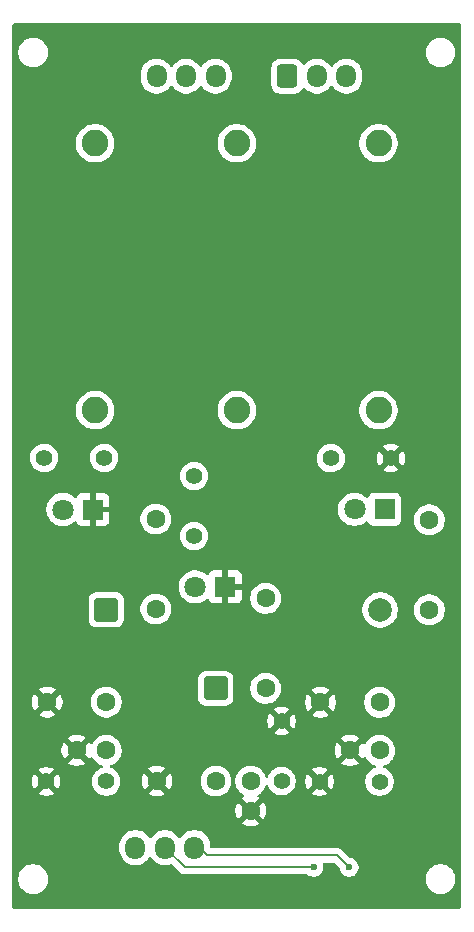
<source format=gbr>
%TF.GenerationSoftware,KiCad,Pcbnew,9.0.3+dfsg-1*%
%TF.CreationDate,2026-02-23T23:51:29-05:00*%
%TF.ProjectId,bench-power,62656e63-682d-4706-9f77-65722e6b6963,rev?*%
%TF.SameCoordinates,Original*%
%TF.FileFunction,Copper,L2,Bot*%
%TF.FilePolarity,Positive*%
%FSLAX46Y46*%
G04 Gerber Fmt 4.6, Leading zero omitted, Abs format (unit mm)*
G04 Created by KiCad (PCBNEW 9.0.3+dfsg-1) date 2026-02-23 23:51:29*
%MOMM*%
%LPD*%
G01*
G04 APERTURE LIST*
G04 Aperture macros list*
%AMRoundRect*
0 Rectangle with rounded corners*
0 $1 Rounding radius*
0 $2 $3 $4 $5 $6 $7 $8 $9 X,Y pos of 4 corners*
0 Add a 4 corners polygon primitive as box body*
4,1,4,$2,$3,$4,$5,$6,$7,$8,$9,$2,$3,0*
0 Add four circle primitives for the rounded corners*
1,1,$1+$1,$2,$3*
1,1,$1+$1,$4,$5*
1,1,$1+$1,$6,$7*
1,1,$1+$1,$8,$9*
0 Add four rect primitives between the rounded corners*
20,1,$1+$1,$2,$3,$4,$5,0*
20,1,$1+$1,$4,$5,$6,$7,0*
20,1,$1+$1,$6,$7,$8,$9,0*
20,1,$1+$1,$8,$9,$2,$3,0*%
G04 Aperture macros list end*
%TA.AperFunction,ComponentPad*%
%ADD10RoundRect,0.250000X-0.600000X-0.725000X0.600000X-0.725000X0.600000X0.725000X-0.600000X0.725000X0*%
%TD*%
%TA.AperFunction,ComponentPad*%
%ADD11O,1.700000X1.950000*%
%TD*%
%TA.AperFunction,ComponentPad*%
%ADD12C,1.400000*%
%TD*%
%TA.AperFunction,ComponentPad*%
%ADD13C,1.600000*%
%TD*%
%TA.AperFunction,ComponentPad*%
%ADD14RoundRect,0.250000X0.750000X0.750000X-0.750000X0.750000X-0.750000X-0.750000X0.750000X-0.750000X0*%
%TD*%
%TA.AperFunction,ComponentPad*%
%ADD15C,2.000000*%
%TD*%
%TA.AperFunction,ComponentPad*%
%ADD16RoundRect,0.250000X-0.750000X-0.750000X0.750000X-0.750000X0.750000X0.750000X-0.750000X0.750000X0*%
%TD*%
%TA.AperFunction,ComponentPad*%
%ADD17R,1.800000X1.800000*%
%TD*%
%TA.AperFunction,ComponentPad*%
%ADD18C,1.800000*%
%TD*%
%TA.AperFunction,ComponentPad*%
%ADD19C,2.250000*%
%TD*%
%TA.AperFunction,ViaPad*%
%ADD20C,0.600000*%
%TD*%
%TA.AperFunction,Conductor*%
%ADD21C,0.200000*%
%TD*%
G04 APERTURE END LIST*
D10*
%TO.P,J2,1,Pin_1*%
%TO.N,GND*%
X147700140Y-53017892D03*
D11*
%TO.P,J2,2,Pin_2*%
X150200140Y-53017892D03*
%TO.P,J2,3,Pin_3*%
%TO.N,/+5Vout*%
X152700140Y-53017892D03*
%TO.P,J2,4,Pin_4*%
%TO.N,/-Vout*%
X155200140Y-53017892D03*
%TO.P,J2,5,Pin_5*%
%TO.N,/+Vout*%
X157700140Y-53017892D03*
%TD*%
%TO.P,J3,4,Pin_4*%
%TO.N,GND*%
X171273082Y-53017892D03*
%TO.P,J3,3,Pin_3*%
%TO.N,/+5Vout*%
X168773082Y-53017892D03*
%TO.P,J3,2,Pin_2*%
%TO.N,/-Vout*%
X166273082Y-53017892D03*
D10*
%TO.P,J3,1,Pin_1*%
%TO.N,/+Vout*%
X163773082Y-53017892D03*
%TD*%
D12*
%TO.P,R4,2*%
%TO.N,Net-(J1-Pin_4)*%
X171579410Y-112738751D03*
%TO.P,R4,1*%
%TO.N,GND*%
X166499410Y-112738751D03*
%TD*%
%TO.P,R3,2*%
%TO.N,Net-(J1-Pin_3)*%
X163286846Y-112700747D03*
%TO.P,R3,1*%
%TO.N,GND*%
X163286846Y-107620747D03*
%TD*%
D13*
%TO.P,C2,1*%
%TO.N,GND*%
X143443367Y-106018641D03*
%TO.P,C2,2*%
%TO.N,Net-(J1-Pin_2)*%
X148443367Y-106018641D03*
%TD*%
D12*
%TO.P,R6,1*%
%TO.N,Net-(D3-A)*%
X167455790Y-85371938D03*
%TO.P,R6,2*%
%TO.N,GND*%
X172535790Y-85371938D03*
%TD*%
D14*
%TO.P,C4,1*%
%TO.N,Net-(J1-Pin_3)*%
X157709104Y-104858699D03*
D15*
%TO.P,C4,2*%
%TO.N,GND*%
X152709104Y-104858699D03*
%TD*%
D16*
%TO.P,C7,1*%
%TO.N,GND*%
X166632323Y-98200085D03*
D15*
%TO.P,C7,2*%
%TO.N,Net-(J1-Pin_4)*%
X171632323Y-98200085D03*
%TD*%
D13*
%TO.P,C9,1*%
%TO.N,GND*%
X169079410Y-110107884D03*
%TO.P,C9,2*%
%TO.N,Net-(J1-Pin_4)*%
X171579410Y-110107884D03*
%TD*%
D12*
%TO.P,R5,1*%
%TO.N,+12V*%
X155879788Y-86875059D03*
%TO.P,R5,2*%
%TO.N,Net-(D2-A)*%
X155879788Y-91955059D03*
%TD*%
D13*
%TO.P,FB4,1*%
%TO.N,-12V*%
X175798913Y-90580085D03*
%TO.P,FB4,2*%
%TO.N,Net-(J1-Pin_4)*%
X175798913Y-98200085D03*
%TD*%
D12*
%TO.P,R2,1*%
%TO.N,GND*%
X143363367Y-112732182D03*
%TO.P,R2,2*%
%TO.N,Net-(J1-Pin_2)*%
X148443367Y-112732182D03*
%TD*%
D14*
%TO.P,C1,1*%
%TO.N,Net-(J1-Pin_2)*%
X148443367Y-98190216D03*
D15*
%TO.P,C1,2*%
%TO.N,GND*%
X143443367Y-98190216D03*
%TD*%
D17*
%TO.P,D1,1,K*%
%TO.N,GND*%
X147300680Y-89708898D03*
D18*
%TO.P,D1,2,A*%
%TO.N,Net-(D1-A)*%
X144760680Y-89708898D03*
%TD*%
D13*
%TO.P,C3,1*%
%TO.N,GND*%
X145943367Y-110104700D03*
%TO.P,C3,2*%
%TO.N,Net-(J1-Pin_2)*%
X148443367Y-110104700D03*
%TD*%
D19*
%TO.P,F2,1*%
%TO.N,/+Vout*%
X159500000Y-58700000D03*
%TO.P,F2,2*%
%TO.N,+12V*%
X159500000Y-81300000D03*
%TD*%
%TO.P,F3,1*%
%TO.N,/-Vout*%
X171500000Y-58700000D03*
%TO.P,F3,2*%
%TO.N,-12V*%
X171500000Y-81300000D03*
%TD*%
D13*
%TO.P,C5,1*%
%TO.N,GND*%
X152728019Y-112700747D03*
%TO.P,C5,2*%
%TO.N,Net-(J1-Pin_3)*%
X157728019Y-112700747D03*
%TD*%
%TO.P,FB2,1*%
%TO.N,+5V*%
X152635490Y-90513258D03*
%TO.P,FB2,2*%
%TO.N,Net-(J1-Pin_2)*%
X152635490Y-98133258D03*
%TD*%
D19*
%TO.P,F1,1*%
%TO.N,/+5Vout*%
X147500000Y-58700000D03*
%TO.P,F1,2*%
%TO.N,+5V*%
X147500000Y-81300000D03*
%TD*%
D12*
%TO.P,R1,1*%
%TO.N,+5V*%
X148267689Y-85337534D03*
%TO.P,R1,2*%
%TO.N,Net-(D1-A)*%
X143187689Y-85337534D03*
%TD*%
D17*
%TO.P,D2,1,K*%
%TO.N,GND*%
X158522440Y-96255840D03*
D18*
%TO.P,D2,2,A*%
%TO.N,Net-(D2-A)*%
X155982440Y-96255840D03*
%TD*%
D13*
%TO.P,C6,1*%
%TO.N,GND*%
X160666148Y-115200747D03*
%TO.P,C6,2*%
%TO.N,Net-(J1-Pin_3)*%
X160666148Y-112700747D03*
%TD*%
D17*
%TO.P,D3,1,K*%
%TO.N,-12V*%
X172005984Y-89695378D03*
D18*
%TO.P,D3,2,A*%
%TO.N,Net-(D3-A)*%
X169465984Y-89695378D03*
%TD*%
D13*
%TO.P,FB3,1*%
%TO.N,+12V*%
X161934694Y-97239452D03*
%TO.P,FB3,2*%
%TO.N,Net-(J1-Pin_3)*%
X161934694Y-104859452D03*
%TD*%
%TO.P,C8,1*%
%TO.N,GND*%
X166579410Y-106036280D03*
%TO.P,C8,2*%
%TO.N,Net-(J1-Pin_4)*%
X171579410Y-106036280D03*
%TD*%
D10*
%TO.P,J1,1,Pin_1*%
%TO.N,GND*%
X148409529Y-118328189D03*
D11*
%TO.P,J1,2,Pin_2*%
%TO.N,Net-(J1-Pin_2)*%
X150909529Y-118328189D03*
%TO.P,J1,3,Pin_3*%
%TO.N,Net-(J1-Pin_3)*%
X153409529Y-118328189D03*
%TO.P,J1,4,Pin_4*%
%TO.N,Net-(J1-Pin_4)*%
X155909529Y-118328189D03*
%TD*%
D20*
%TO.N,Net-(J1-Pin_4)*%
X169000000Y-120000000D03*
%TO.N,Net-(J1-Pin_3)*%
X166000000Y-120000000D03*
%TD*%
D21*
%TO.N,Net-(J1-Pin_4)*%
X169000000Y-120000000D02*
X168000000Y-119000000D01*
X168000000Y-119000000D02*
X157000000Y-119000000D01*
X157000000Y-119000000D02*
X156328189Y-118328189D01*
X156328189Y-118328189D02*
X155909529Y-118328189D01*
%TO.N,Net-(J1-Pin_3)*%
X155081340Y-120000000D02*
X153409529Y-118328189D01*
X166000000Y-120000000D02*
X155081340Y-120000000D01*
%TD*%
%TA.AperFunction,Conductor*%
%TO.N,GND*%
G36*
X178442539Y-48570185D02*
G01*
X178488294Y-48622989D01*
X178499500Y-48674500D01*
X178499500Y-123375500D01*
X178479815Y-123442539D01*
X178427011Y-123488294D01*
X178375500Y-123499500D01*
X140624500Y-123499500D01*
X140557461Y-123479815D01*
X140511706Y-123427011D01*
X140500500Y-123375500D01*
X140500500Y-120901577D01*
X140999500Y-120901577D01*
X140999500Y-121098422D01*
X141030290Y-121292826D01*
X141091117Y-121480029D01*
X141180476Y-121655405D01*
X141296172Y-121814646D01*
X141435354Y-121953828D01*
X141594595Y-122069524D01*
X141677455Y-122111743D01*
X141769970Y-122158882D01*
X141769972Y-122158882D01*
X141769975Y-122158884D01*
X141870317Y-122191487D01*
X141957173Y-122219709D01*
X142151578Y-122250500D01*
X142151583Y-122250500D01*
X142348422Y-122250500D01*
X142542826Y-122219709D01*
X142730025Y-122158884D01*
X142905405Y-122069524D01*
X143064646Y-121953828D01*
X143203828Y-121814646D01*
X143319524Y-121655405D01*
X143408884Y-121480025D01*
X143469709Y-121292826D01*
X143500500Y-121098422D01*
X143500500Y-120901577D01*
X175499500Y-120901577D01*
X175499500Y-121098422D01*
X175530290Y-121292826D01*
X175591117Y-121480029D01*
X175680476Y-121655405D01*
X175796172Y-121814646D01*
X175935354Y-121953828D01*
X176094595Y-122069524D01*
X176177455Y-122111743D01*
X176269970Y-122158882D01*
X176269972Y-122158882D01*
X176269975Y-122158884D01*
X176370317Y-122191487D01*
X176457173Y-122219709D01*
X176651578Y-122250500D01*
X176651583Y-122250500D01*
X176848422Y-122250500D01*
X177042826Y-122219709D01*
X177230025Y-122158884D01*
X177405405Y-122069524D01*
X177564646Y-121953828D01*
X177703828Y-121814646D01*
X177819524Y-121655405D01*
X177908884Y-121480025D01*
X177969709Y-121292826D01*
X178000500Y-121098422D01*
X178000500Y-120901577D01*
X177969709Y-120707173D01*
X177935048Y-120600500D01*
X177908884Y-120519975D01*
X177908882Y-120519972D01*
X177908882Y-120519970D01*
X177837145Y-120379179D01*
X177819524Y-120344595D01*
X177703828Y-120185354D01*
X177564646Y-120046172D01*
X177405405Y-119930476D01*
X177387117Y-119921158D01*
X177230029Y-119841117D01*
X177042826Y-119780290D01*
X176848422Y-119749500D01*
X176848417Y-119749500D01*
X176651583Y-119749500D01*
X176651578Y-119749500D01*
X176457173Y-119780290D01*
X176269970Y-119841117D01*
X176094594Y-119930476D01*
X176003741Y-119996485D01*
X175935354Y-120046172D01*
X175935352Y-120046174D01*
X175935351Y-120046174D01*
X175796174Y-120185351D01*
X175796174Y-120185352D01*
X175796172Y-120185354D01*
X175761200Y-120233489D01*
X175680476Y-120344594D01*
X175591117Y-120519970D01*
X175530290Y-120707173D01*
X175499500Y-120901577D01*
X143500500Y-120901577D01*
X143469709Y-120707173D01*
X143435048Y-120600500D01*
X143408884Y-120519975D01*
X143408882Y-120519972D01*
X143408882Y-120519970D01*
X143337145Y-120379179D01*
X143319524Y-120344595D01*
X143203828Y-120185354D01*
X143064646Y-120046172D01*
X142905405Y-119930476D01*
X142887117Y-119921158D01*
X142730029Y-119841117D01*
X142542826Y-119780290D01*
X142348422Y-119749500D01*
X142348417Y-119749500D01*
X142151583Y-119749500D01*
X142151578Y-119749500D01*
X141957173Y-119780290D01*
X141769970Y-119841117D01*
X141594594Y-119930476D01*
X141503741Y-119996485D01*
X141435354Y-120046172D01*
X141435352Y-120046174D01*
X141435351Y-120046174D01*
X141296174Y-120185351D01*
X141296174Y-120185352D01*
X141296172Y-120185354D01*
X141261200Y-120233489D01*
X141180476Y-120344594D01*
X141091117Y-120519970D01*
X141030290Y-120707173D01*
X140999500Y-120901577D01*
X140500500Y-120901577D01*
X140500500Y-118096902D01*
X149559029Y-118096902D01*
X149559029Y-118559475D01*
X149592282Y-118769428D01*
X149657973Y-118971603D01*
X149754480Y-119161009D01*
X149879419Y-119332975D01*
X150029742Y-119483298D01*
X150201708Y-119608237D01*
X150201710Y-119608238D01*
X150201713Y-119608240D01*
X150391117Y-119704746D01*
X150593286Y-119770435D01*
X150803242Y-119803689D01*
X150803243Y-119803689D01*
X151015815Y-119803689D01*
X151015816Y-119803689D01*
X151225772Y-119770435D01*
X151427941Y-119704746D01*
X151617345Y-119608240D01*
X151639318Y-119592275D01*
X151789315Y-119483298D01*
X151789317Y-119483295D01*
X151789321Y-119483293D01*
X151939633Y-119332981D01*
X152059212Y-119168393D01*
X152114540Y-119125729D01*
X152184153Y-119119750D01*
X152245949Y-119152355D01*
X152259842Y-119168388D01*
X152348635Y-119290602D01*
X152379425Y-119332981D01*
X152529742Y-119483298D01*
X152701708Y-119608237D01*
X152701710Y-119608238D01*
X152701713Y-119608240D01*
X152891117Y-119704746D01*
X153093286Y-119770435D01*
X153303242Y-119803689D01*
X153303243Y-119803689D01*
X153515815Y-119803689D01*
X153515816Y-119803689D01*
X153725772Y-119770435D01*
X153862402Y-119726040D01*
X153932237Y-119724045D01*
X153988395Y-119756290D01*
X154712624Y-120480520D01*
X154849555Y-120559577D01*
X155002283Y-120600501D01*
X155002286Y-120600501D01*
X155167994Y-120600501D01*
X155168010Y-120600500D01*
X165420234Y-120600500D01*
X165487273Y-120620185D01*
X165489125Y-120621398D01*
X165620814Y-120709390D01*
X165620827Y-120709397D01*
X165766498Y-120769735D01*
X165766503Y-120769737D01*
X165921153Y-120800499D01*
X165921156Y-120800500D01*
X165921158Y-120800500D01*
X166078844Y-120800500D01*
X166078845Y-120800499D01*
X166233497Y-120769737D01*
X166379179Y-120709394D01*
X166510289Y-120621789D01*
X166621789Y-120510289D01*
X166709394Y-120379179D01*
X166769737Y-120233497D01*
X166800500Y-120078842D01*
X166800500Y-119921158D01*
X166800500Y-119921155D01*
X166800499Y-119921153D01*
X166784579Y-119841117D01*
X166769737Y-119766503D01*
X166769732Y-119766492D01*
X166767969Y-119760676D01*
X166770720Y-119759841D01*
X166764497Y-119702641D01*
X166795691Y-119640122D01*
X166855734Y-119604392D01*
X166886555Y-119600500D01*
X167699903Y-119600500D01*
X167766942Y-119620185D01*
X167787584Y-119636819D01*
X168165425Y-120014660D01*
X168198910Y-120075983D01*
X168199361Y-120078149D01*
X168230261Y-120233491D01*
X168230264Y-120233501D01*
X168290602Y-120379172D01*
X168290609Y-120379185D01*
X168378210Y-120510288D01*
X168378213Y-120510292D01*
X168489707Y-120621786D01*
X168489711Y-120621789D01*
X168620814Y-120709390D01*
X168620827Y-120709397D01*
X168766498Y-120769735D01*
X168766503Y-120769737D01*
X168921153Y-120800499D01*
X168921156Y-120800500D01*
X168921158Y-120800500D01*
X169078844Y-120800500D01*
X169206567Y-120775094D01*
X169206567Y-120775093D01*
X169233497Y-120769737D01*
X169379179Y-120709394D01*
X169510289Y-120621789D01*
X169621789Y-120510289D01*
X169709394Y-120379179D01*
X169769737Y-120233497D01*
X169800500Y-120078842D01*
X169800500Y-119921158D01*
X169800500Y-119921155D01*
X169800499Y-119921153D01*
X169784579Y-119841117D01*
X169769737Y-119766503D01*
X169752977Y-119726041D01*
X169709397Y-119620827D01*
X169709390Y-119620814D01*
X169621789Y-119489711D01*
X169621786Y-119489707D01*
X169510292Y-119378213D01*
X169510288Y-119378210D01*
X169379185Y-119290609D01*
X169379172Y-119290602D01*
X169233501Y-119230264D01*
X169233491Y-119230261D01*
X169078151Y-119199362D01*
X169016241Y-119166977D01*
X169014662Y-119165426D01*
X168487590Y-118638355D01*
X168487588Y-118638352D01*
X168368717Y-118519481D01*
X168368716Y-118519480D01*
X168281904Y-118469360D01*
X168281904Y-118469359D01*
X168281900Y-118469358D01*
X168231785Y-118440423D01*
X168079057Y-118399499D01*
X167920943Y-118399499D01*
X167913347Y-118399499D01*
X167913331Y-118399500D01*
X157384029Y-118399500D01*
X157316990Y-118379815D01*
X157271235Y-118327011D01*
X157260029Y-118275500D01*
X157260029Y-118096902D01*
X157226775Y-117886949D01*
X157226775Y-117886946D01*
X157161086Y-117684777D01*
X157064580Y-117495373D01*
X157064578Y-117495370D01*
X157064577Y-117495368D01*
X156939638Y-117323402D01*
X156789315Y-117173079D01*
X156617349Y-117048140D01*
X156427943Y-116951633D01*
X156427942Y-116951632D01*
X156427941Y-116951632D01*
X156225772Y-116885943D01*
X156225770Y-116885942D01*
X156225769Y-116885942D01*
X156064486Y-116860397D01*
X156015816Y-116852689D01*
X155803242Y-116852689D01*
X155754571Y-116860397D01*
X155593289Y-116885942D01*
X155391114Y-116951633D01*
X155201708Y-117048140D01*
X155029742Y-117173079D01*
X154879423Y-117323398D01*
X154879419Y-117323403D01*
X154759847Y-117487982D01*
X154704518Y-117530648D01*
X154634904Y-117536627D01*
X154573109Y-117504022D01*
X154559211Y-117487982D01*
X154439638Y-117323403D01*
X154439634Y-117323398D01*
X154289315Y-117173079D01*
X154117349Y-117048140D01*
X153927943Y-116951633D01*
X153927942Y-116951632D01*
X153927941Y-116951632D01*
X153725772Y-116885943D01*
X153725770Y-116885942D01*
X153725769Y-116885942D01*
X153564486Y-116860397D01*
X153515816Y-116852689D01*
X153303242Y-116852689D01*
X153254571Y-116860397D01*
X153093289Y-116885942D01*
X152891114Y-116951633D01*
X152701708Y-117048140D01*
X152529742Y-117173079D01*
X152379423Y-117323398D01*
X152379419Y-117323403D01*
X152259847Y-117487982D01*
X152204518Y-117530648D01*
X152134904Y-117536627D01*
X152073109Y-117504022D01*
X152059211Y-117487982D01*
X151939638Y-117323403D01*
X151939634Y-117323398D01*
X151789315Y-117173079D01*
X151617349Y-117048140D01*
X151427943Y-116951633D01*
X151427942Y-116951632D01*
X151427941Y-116951632D01*
X151225772Y-116885943D01*
X151225770Y-116885942D01*
X151225769Y-116885942D01*
X151064486Y-116860397D01*
X151015816Y-116852689D01*
X150803242Y-116852689D01*
X150754571Y-116860397D01*
X150593289Y-116885942D01*
X150391114Y-116951633D01*
X150201708Y-117048140D01*
X150029742Y-117173079D01*
X149879419Y-117323402D01*
X149754480Y-117495368D01*
X149657973Y-117684774D01*
X149592282Y-117886949D01*
X149559029Y-118096902D01*
X140500500Y-118096902D01*
X140500500Y-113740064D01*
X142709036Y-113740064D01*
X142709037Y-113740065D01*
X142734426Y-113758511D01*
X142902729Y-113844267D01*
X143082364Y-113902633D01*
X143268920Y-113932182D01*
X143457814Y-113932182D01*
X143644369Y-113902633D01*
X143824004Y-113844267D01*
X143992304Y-113758513D01*
X144017695Y-113740065D01*
X144017695Y-113740064D01*
X143363368Y-113085736D01*
X143363367Y-113085736D01*
X142709036Y-113740064D01*
X140500500Y-113740064D01*
X140500500Y-112637734D01*
X142163367Y-112637734D01*
X142163367Y-112826629D01*
X142192915Y-113013184D01*
X142251281Y-113192819D01*
X142337033Y-113361115D01*
X142355483Y-113386510D01*
X143009813Y-112732182D01*
X143009813Y-112732181D01*
X142963736Y-112686104D01*
X143013367Y-112686104D01*
X143013367Y-112778260D01*
X143037219Y-112867277D01*
X143083297Y-112947087D01*
X143148462Y-113012252D01*
X143228272Y-113058330D01*
X143317289Y-113082182D01*
X143409445Y-113082182D01*
X143498462Y-113058330D01*
X143578272Y-113012252D01*
X143643437Y-112947087D01*
X143689515Y-112867277D01*
X143713367Y-112778260D01*
X143713367Y-112732181D01*
X143716921Y-112732181D01*
X143716921Y-112732182D01*
X144371249Y-113386510D01*
X144371250Y-113386510D01*
X144389698Y-113361119D01*
X144475452Y-113192819D01*
X144533818Y-113013184D01*
X144563367Y-112826629D01*
X144563367Y-112637734D01*
X144533818Y-112451179D01*
X144475452Y-112271544D01*
X144389696Y-112103241D01*
X144371250Y-112077852D01*
X144371249Y-112077851D01*
X143716921Y-112732181D01*
X143713367Y-112732181D01*
X143713367Y-112686104D01*
X143689515Y-112597087D01*
X143643437Y-112517277D01*
X143578272Y-112452112D01*
X143498462Y-112406034D01*
X143409445Y-112382182D01*
X143317289Y-112382182D01*
X143228272Y-112406034D01*
X143148462Y-112452112D01*
X143083297Y-112517277D01*
X143037219Y-112597087D01*
X143013367Y-112686104D01*
X142963736Y-112686104D01*
X142355483Y-112077851D01*
X142355483Y-112077852D01*
X142337036Y-112103242D01*
X142251281Y-112271544D01*
X142192915Y-112451179D01*
X142163367Y-112637734D01*
X140500500Y-112637734D01*
X140500500Y-111724298D01*
X142709036Y-111724298D01*
X143363367Y-112378628D01*
X143363368Y-112378628D01*
X144017695Y-111724298D01*
X143992300Y-111705848D01*
X143824004Y-111620096D01*
X143644369Y-111561730D01*
X143457814Y-111532182D01*
X143268920Y-111532182D01*
X143082364Y-111561730D01*
X142902729Y-111620096D01*
X142734427Y-111705851D01*
X142709037Y-111724298D01*
X142709036Y-111724298D01*
X140500500Y-111724298D01*
X140500500Y-110002382D01*
X144643367Y-110002382D01*
X144643367Y-110207017D01*
X144675376Y-110409117D01*
X144738611Y-110603731D01*
X144831508Y-110786050D01*
X144831514Y-110786059D01*
X144863890Y-110830621D01*
X144863891Y-110830622D01*
X145543367Y-110151146D01*
X145543367Y-110157361D01*
X145570626Y-110259094D01*
X145623287Y-110350306D01*
X145697761Y-110424780D01*
X145788973Y-110477441D01*
X145890706Y-110504700D01*
X145896920Y-110504700D01*
X145217443Y-111184174D01*
X145262017Y-111216559D01*
X145444335Y-111309455D01*
X145638949Y-111372690D01*
X145841050Y-111404700D01*
X146045684Y-111404700D01*
X146247784Y-111372690D01*
X146442398Y-111309455D01*
X146624716Y-111216559D01*
X146669288Y-111184174D01*
X145989814Y-110504700D01*
X145996028Y-110504700D01*
X146097761Y-110477441D01*
X146188973Y-110424780D01*
X146263447Y-110350306D01*
X146316108Y-110259094D01*
X146343367Y-110157361D01*
X146343367Y-110151147D01*
X147022841Y-110830621D01*
X147055226Y-110786049D01*
X147082600Y-110732324D01*
X147130574Y-110681527D01*
X147198395Y-110664731D01*
X147264530Y-110687267D01*
X147303570Y-110732321D01*
X147331080Y-110786311D01*
X147451395Y-110951913D01*
X147596153Y-111096671D01*
X147751116Y-111209256D01*
X147761757Y-111216987D01*
X147944148Y-111309920D01*
X148076988Y-111353082D01*
X148134664Y-111392519D01*
X148161862Y-111456878D01*
X148149947Y-111525724D01*
X148102703Y-111577200D01*
X148076990Y-111588943D01*
X147982534Y-111619634D01*
X147814167Y-111705422D01*
X147779146Y-111730867D01*
X147661294Y-111816492D01*
X147661292Y-111816494D01*
X147661291Y-111816494D01*
X147527679Y-111950106D01*
X147527679Y-111950107D01*
X147527677Y-111950109D01*
X147479977Y-112015761D01*
X147416607Y-112102982D01*
X147330821Y-112271345D01*
X147272426Y-112451063D01*
X147242867Y-112637695D01*
X147242867Y-112826668D01*
X147272426Y-113013300D01*
X147330821Y-113193018D01*
X147400590Y-113329946D01*
X147416607Y-113361381D01*
X147527677Y-113514255D01*
X147661294Y-113647872D01*
X147814168Y-113758942D01*
X147855931Y-113780221D01*
X147982530Y-113844727D01*
X147982532Y-113844727D01*
X147982535Y-113844729D01*
X148065503Y-113871687D01*
X148162248Y-113903122D01*
X148348881Y-113932682D01*
X148348886Y-113932682D01*
X148537853Y-113932682D01*
X148724485Y-113903122D01*
X148769437Y-113888516D01*
X148904199Y-113844729D01*
X149072566Y-113758942D01*
X149225440Y-113647872D01*
X149359057Y-113514255D01*
X149470127Y-113361381D01*
X149555914Y-113193014D01*
X149614307Y-113013300D01*
X149624794Y-112947087D01*
X149643867Y-112826668D01*
X149643867Y-112637698D01*
X149639949Y-112612963D01*
X149639949Y-112612961D01*
X149637647Y-112598429D01*
X151428019Y-112598429D01*
X151428019Y-112803064D01*
X151460028Y-113005164D01*
X151523263Y-113199778D01*
X151616160Y-113382097D01*
X151616166Y-113382106D01*
X151648542Y-113426668D01*
X151648543Y-113426669D01*
X152328019Y-112747193D01*
X152328019Y-112753408D01*
X152355278Y-112855141D01*
X152407939Y-112946353D01*
X152482413Y-113020827D01*
X152573625Y-113073488D01*
X152675358Y-113100747D01*
X152681572Y-113100747D01*
X152002095Y-113780221D01*
X152046669Y-113812606D01*
X152228987Y-113905502D01*
X152423601Y-113968737D01*
X152625702Y-114000747D01*
X152830336Y-114000747D01*
X153032436Y-113968737D01*
X153227050Y-113905502D01*
X153409368Y-113812606D01*
X153453940Y-113780221D01*
X152774466Y-113100747D01*
X152780680Y-113100747D01*
X152882413Y-113073488D01*
X152973625Y-113020827D01*
X153048099Y-112946353D01*
X153100760Y-112855141D01*
X153128019Y-112753408D01*
X153128019Y-112747195D01*
X153807493Y-113426669D01*
X153807493Y-113426668D01*
X153839878Y-113382096D01*
X153932774Y-113199778D01*
X153996009Y-113005164D01*
X154028019Y-112803064D01*
X154028019Y-112598429D01*
X154028014Y-112598395D01*
X156427519Y-112598395D01*
X156427519Y-112803098D01*
X156459541Y-113005281D01*
X156522800Y-113199970D01*
X156586710Y-113325400D01*
X156615604Y-113382106D01*
X156615734Y-113382360D01*
X156736047Y-113547960D01*
X156880805Y-113692718D01*
X157001245Y-113780221D01*
X157046409Y-113813034D01*
X157161522Y-113871687D01*
X157228795Y-113905965D01*
X157228797Y-113905965D01*
X157228800Y-113905967D01*
X157329699Y-113938751D01*
X157423484Y-113969224D01*
X157524576Y-113985235D01*
X157625667Y-114001247D01*
X157625668Y-114001247D01*
X157830370Y-114001247D01*
X157830371Y-114001247D01*
X158032553Y-113969224D01*
X158227238Y-113905967D01*
X158409629Y-113813034D01*
X158527349Y-113727506D01*
X158575232Y-113692718D01*
X158575234Y-113692715D01*
X158575238Y-113692713D01*
X158719985Y-113547966D01*
X158719987Y-113547962D01*
X158719990Y-113547960D01*
X158772751Y-113475337D01*
X158840306Y-113382357D01*
X158933239Y-113199966D01*
X158996496Y-113005281D01*
X159028519Y-112803099D01*
X159028519Y-112598395D01*
X159365648Y-112598395D01*
X159365648Y-112803098D01*
X159397670Y-113005281D01*
X159460929Y-113199970D01*
X159524839Y-113325400D01*
X159553733Y-113382106D01*
X159553863Y-113382360D01*
X159674176Y-113547960D01*
X159818934Y-113692718D01*
X159984533Y-113813031D01*
X159984535Y-113813032D01*
X159984538Y-113813034D01*
X160038526Y-113840542D01*
X160089322Y-113888516D01*
X160106117Y-113956337D01*
X160083580Y-114022472D01*
X160038526Y-114061512D01*
X159984792Y-114088890D01*
X159940225Y-114121270D01*
X159940225Y-114121271D01*
X160619702Y-114800747D01*
X160613487Y-114800747D01*
X160511754Y-114828006D01*
X160420542Y-114880667D01*
X160346068Y-114955141D01*
X160293407Y-115046353D01*
X160266148Y-115148086D01*
X160266148Y-115154300D01*
X159586672Y-114474824D01*
X159586671Y-114474824D01*
X159554291Y-114519391D01*
X159461392Y-114701715D01*
X159398157Y-114896329D01*
X159366148Y-115098429D01*
X159366148Y-115303064D01*
X159398157Y-115505164D01*
X159461392Y-115699778D01*
X159554289Y-115882097D01*
X159554295Y-115882106D01*
X159586671Y-115926668D01*
X159586672Y-115926669D01*
X160266148Y-115247193D01*
X160266148Y-115253408D01*
X160293407Y-115355141D01*
X160346068Y-115446353D01*
X160420542Y-115520827D01*
X160511754Y-115573488D01*
X160613487Y-115600747D01*
X160619701Y-115600747D01*
X159940224Y-116280221D01*
X159984798Y-116312606D01*
X160167116Y-116405502D01*
X160361730Y-116468737D01*
X160563831Y-116500747D01*
X160768465Y-116500747D01*
X160970565Y-116468737D01*
X161165179Y-116405502D01*
X161347497Y-116312606D01*
X161392069Y-116280221D01*
X160712595Y-115600747D01*
X160718809Y-115600747D01*
X160820542Y-115573488D01*
X160911754Y-115520827D01*
X160986228Y-115446353D01*
X161038889Y-115355141D01*
X161066148Y-115253408D01*
X161066148Y-115247195D01*
X161745622Y-115926669D01*
X161745622Y-115926668D01*
X161778007Y-115882096D01*
X161870903Y-115699778D01*
X161934138Y-115505164D01*
X161966148Y-115303064D01*
X161966148Y-115098429D01*
X161934138Y-114896329D01*
X161870903Y-114701715D01*
X161778007Y-114519397D01*
X161745622Y-114474824D01*
X161745622Y-114474823D01*
X161066148Y-115154298D01*
X161066148Y-115148086D01*
X161038889Y-115046353D01*
X160986228Y-114955141D01*
X160911754Y-114880667D01*
X160820542Y-114828006D01*
X160718809Y-114800747D01*
X160712594Y-114800747D01*
X161392070Y-114121271D01*
X161392069Y-114121270D01*
X161347507Y-114088894D01*
X161347498Y-114088888D01*
X161293769Y-114061512D01*
X161242973Y-114013538D01*
X161226178Y-113945717D01*
X161248715Y-113879582D01*
X161293769Y-113840542D01*
X161347758Y-113813034D01*
X161422211Y-113758941D01*
X161513361Y-113692718D01*
X161513363Y-113692715D01*
X161513367Y-113692713D01*
X161658114Y-113547966D01*
X161658116Y-113547962D01*
X161658119Y-113547960D01*
X161710880Y-113475337D01*
X161778435Y-113382357D01*
X161871368Y-113199966D01*
X161911139Y-113077561D01*
X161950575Y-113019889D01*
X162014934Y-112992690D01*
X162083780Y-113004604D01*
X162135256Y-113051848D01*
X162147000Y-113077562D01*
X162174301Y-113161584D01*
X162193663Y-113199583D01*
X162260086Y-113329946D01*
X162371156Y-113482820D01*
X162504773Y-113616437D01*
X162657647Y-113727507D01*
X162695186Y-113746634D01*
X162826009Y-113813292D01*
X162826011Y-113813292D01*
X162826014Y-113813294D01*
X162909874Y-113840542D01*
X163005727Y-113871687D01*
X163192360Y-113901247D01*
X163192365Y-113901247D01*
X163381332Y-113901247D01*
X163567964Y-113871687D01*
X163630714Y-113851298D01*
X163747678Y-113813294D01*
X163878508Y-113746633D01*
X165845079Y-113746633D01*
X165845080Y-113746634D01*
X165870469Y-113765080D01*
X166038772Y-113850836D01*
X166218407Y-113909202D01*
X166404963Y-113938751D01*
X166593857Y-113938751D01*
X166780412Y-113909202D01*
X166960047Y-113850836D01*
X167128347Y-113765082D01*
X167153738Y-113746634D01*
X167153738Y-113746633D01*
X166499411Y-113092305D01*
X166499410Y-113092305D01*
X165845079Y-113746633D01*
X163878508Y-113746633D01*
X163916045Y-113727507D01*
X164068919Y-113616437D01*
X164202536Y-113482820D01*
X164313606Y-113329946D01*
X164399393Y-113161579D01*
X164457786Y-112981865D01*
X164463294Y-112947087D01*
X164487346Y-112795233D01*
X164487346Y-112644303D01*
X165299410Y-112644303D01*
X165299410Y-112833198D01*
X165328958Y-113019753D01*
X165387324Y-113199388D01*
X165473076Y-113367684D01*
X165491526Y-113393079D01*
X166145856Y-112738751D01*
X166145856Y-112738750D01*
X166099779Y-112692673D01*
X166149410Y-112692673D01*
X166149410Y-112784829D01*
X166173262Y-112873846D01*
X166219340Y-112953656D01*
X166284505Y-113018821D01*
X166364315Y-113064899D01*
X166453332Y-113088751D01*
X166545488Y-113088751D01*
X166634505Y-113064899D01*
X166714315Y-113018821D01*
X166779480Y-112953656D01*
X166825558Y-112873846D01*
X166849410Y-112784829D01*
X166849410Y-112738750D01*
X166852964Y-112738750D01*
X166852964Y-112738751D01*
X167507292Y-113393079D01*
X167507293Y-113393079D01*
X167525741Y-113367688D01*
X167611495Y-113199388D01*
X167669861Y-113019753D01*
X167699410Y-112833198D01*
X167699410Y-112644303D01*
X167669861Y-112457748D01*
X167611495Y-112278113D01*
X167525739Y-112109810D01*
X167507293Y-112084421D01*
X167507292Y-112084420D01*
X166852964Y-112738750D01*
X166849410Y-112738750D01*
X166849410Y-112692673D01*
X166825558Y-112603656D01*
X166779480Y-112523846D01*
X166714315Y-112458681D01*
X166634505Y-112412603D01*
X166545488Y-112388751D01*
X166453332Y-112388751D01*
X166364315Y-112412603D01*
X166284505Y-112458681D01*
X166219340Y-112523846D01*
X166173262Y-112603656D01*
X166149410Y-112692673D01*
X166099779Y-112692673D01*
X165491526Y-112084420D01*
X165491526Y-112084421D01*
X165473079Y-112109811D01*
X165387324Y-112278113D01*
X165328958Y-112457748D01*
X165299410Y-112644303D01*
X164487346Y-112644303D01*
X164487346Y-112606260D01*
X164457786Y-112419628D01*
X164411741Y-112277919D01*
X164399393Y-112239915D01*
X164399391Y-112239912D01*
X164399391Y-112239910D01*
X164320165Y-112084421D01*
X164313606Y-112071548D01*
X164202536Y-111918674D01*
X164068919Y-111785057D01*
X163994333Y-111730867D01*
X165845079Y-111730867D01*
X166499410Y-112385197D01*
X166499411Y-112385197D01*
X167153738Y-111730867D01*
X167128343Y-111712417D01*
X166960047Y-111626665D01*
X166780412Y-111568299D01*
X166593857Y-111538751D01*
X166404963Y-111538751D01*
X166218407Y-111568299D01*
X166038772Y-111626665D01*
X165870470Y-111712420D01*
X165845080Y-111730867D01*
X165845079Y-111730867D01*
X163994333Y-111730867D01*
X163916045Y-111673987D01*
X163747682Y-111588201D01*
X163567964Y-111529806D01*
X163381332Y-111500247D01*
X163381327Y-111500247D01*
X163192365Y-111500247D01*
X163192360Y-111500247D01*
X163005727Y-111529806D01*
X162826009Y-111588201D01*
X162657646Y-111673987D01*
X162588400Y-111724298D01*
X162504773Y-111785057D01*
X162504771Y-111785059D01*
X162504770Y-111785059D01*
X162371158Y-111918671D01*
X162371158Y-111918672D01*
X162371156Y-111918674D01*
X162323456Y-111984326D01*
X162260086Y-112071547D01*
X162174298Y-112239914D01*
X162146999Y-112323931D01*
X162107561Y-112381606D01*
X162043202Y-112408803D01*
X161974356Y-112396888D01*
X161922881Y-112349643D01*
X161911139Y-112323931D01*
X161871368Y-112201528D01*
X161778435Y-112019137D01*
X161746240Y-111974824D01*
X161658119Y-111853533D01*
X161513361Y-111708775D01*
X161347761Y-111588462D01*
X161347760Y-111588461D01*
X161347758Y-111588460D01*
X161250199Y-111538751D01*
X161165371Y-111495528D01*
X160970682Y-111432269D01*
X160796143Y-111404625D01*
X160768500Y-111400247D01*
X160563796Y-111400247D01*
X160539477Y-111404098D01*
X160361613Y-111432269D01*
X160166924Y-111495528D01*
X159984534Y-111588462D01*
X159818934Y-111708775D01*
X159674176Y-111853533D01*
X159553863Y-112019133D01*
X159460929Y-112201523D01*
X159397670Y-112396212D01*
X159365648Y-112598395D01*
X159028519Y-112598395D01*
X159006224Y-112457632D01*
X158996496Y-112396212D01*
X158958058Y-112277914D01*
X158933239Y-112201528D01*
X158933237Y-112201525D01*
X158933237Y-112201523D01*
X158886374Y-112109551D01*
X158840306Y-112019137D01*
X158808111Y-111974824D01*
X158719990Y-111853533D01*
X158575232Y-111708775D01*
X158409632Y-111588462D01*
X158409631Y-111588461D01*
X158409629Y-111588460D01*
X158312070Y-111538751D01*
X158227242Y-111495528D01*
X158032553Y-111432269D01*
X157858014Y-111404625D01*
X157830371Y-111400247D01*
X157625667Y-111400247D01*
X157601348Y-111404098D01*
X157423484Y-111432269D01*
X157228795Y-111495528D01*
X157046405Y-111588462D01*
X156880805Y-111708775D01*
X156736047Y-111853533D01*
X156615734Y-112019133D01*
X156522800Y-112201523D01*
X156459541Y-112396212D01*
X156427519Y-112598395D01*
X154028014Y-112598395D01*
X153996009Y-112396329D01*
X153932774Y-112201715D01*
X153839878Y-112019397D01*
X153807493Y-111974824D01*
X153807493Y-111974823D01*
X153128019Y-112654298D01*
X153128019Y-112648086D01*
X153100760Y-112546353D01*
X153048099Y-112455141D01*
X152973625Y-112380667D01*
X152882413Y-112328006D01*
X152780680Y-112300747D01*
X152774465Y-112300747D01*
X153453941Y-111621271D01*
X153453940Y-111621270D01*
X153409378Y-111588894D01*
X153409369Y-111588888D01*
X153227050Y-111495991D01*
X153032436Y-111432756D01*
X152830336Y-111400747D01*
X152625702Y-111400747D01*
X152423601Y-111432756D01*
X152228987Y-111495991D01*
X152046663Y-111588890D01*
X152002096Y-111621270D01*
X152002096Y-111621271D01*
X152681573Y-112300747D01*
X152675358Y-112300747D01*
X152573625Y-112328006D01*
X152482413Y-112380667D01*
X152407939Y-112455141D01*
X152355278Y-112546353D01*
X152328019Y-112648086D01*
X152328019Y-112654300D01*
X151648543Y-111974824D01*
X151648542Y-111974824D01*
X151616162Y-112019391D01*
X151523263Y-112201715D01*
X151460028Y-112396329D01*
X151428019Y-112598429D01*
X149637647Y-112598429D01*
X149614307Y-112451063D01*
X149572998Y-112323929D01*
X149555914Y-112271350D01*
X149555912Y-112271347D01*
X149555912Y-112271345D01*
X149473606Y-112109811D01*
X149470127Y-112102983D01*
X149359057Y-111950109D01*
X149225440Y-111816492D01*
X149072566Y-111705422D01*
X148904204Y-111619637D01*
X148904201Y-111619636D01*
X148904199Y-111619635D01*
X148824752Y-111593821D01*
X148809743Y-111588944D01*
X148752068Y-111549505D01*
X148724871Y-111485146D01*
X148736786Y-111416300D01*
X148784031Y-111364825D01*
X148809739Y-111353084D01*
X148942586Y-111309920D01*
X149124977Y-111216987D01*
X149217957Y-111149432D01*
X149290580Y-111096671D01*
X149290582Y-111096668D01*
X149290586Y-111096666D01*
X149435333Y-110951919D01*
X149435335Y-110951915D01*
X149435338Y-110951913D01*
X149521147Y-110833805D01*
X149555654Y-110786310D01*
X149648587Y-110603919D01*
X149711844Y-110409234D01*
X149743867Y-110207052D01*
X149743867Y-110005566D01*
X167779410Y-110005566D01*
X167779410Y-110210201D01*
X167811419Y-110412301D01*
X167874654Y-110606915D01*
X167967551Y-110789234D01*
X167967557Y-110789243D01*
X167999933Y-110833805D01*
X167999934Y-110833806D01*
X168679410Y-110154330D01*
X168679410Y-110160545D01*
X168706669Y-110262278D01*
X168759330Y-110353490D01*
X168833804Y-110427964D01*
X168925016Y-110480625D01*
X169026749Y-110507884D01*
X169032963Y-110507884D01*
X168353486Y-111187358D01*
X168398060Y-111219743D01*
X168580378Y-111312639D01*
X168774992Y-111375874D01*
X168977093Y-111407884D01*
X169181727Y-111407884D01*
X169383827Y-111375874D01*
X169578441Y-111312639D01*
X169760759Y-111219743D01*
X169805331Y-111187358D01*
X169125857Y-110507884D01*
X169132071Y-110507884D01*
X169233804Y-110480625D01*
X169325016Y-110427964D01*
X169399490Y-110353490D01*
X169452151Y-110262278D01*
X169479410Y-110160545D01*
X169479410Y-110154332D01*
X170158884Y-110833806D01*
X170158884Y-110833805D01*
X170191269Y-110789233D01*
X170218643Y-110735508D01*
X170266617Y-110684711D01*
X170334438Y-110667915D01*
X170400573Y-110690451D01*
X170439613Y-110735505D01*
X170467123Y-110789495D01*
X170587438Y-110955097D01*
X170732196Y-111099855D01*
X170848254Y-111184174D01*
X170897800Y-111220171D01*
X171080191Y-111313104D01*
X171200158Y-111352083D01*
X171218240Y-111357959D01*
X171275916Y-111397397D01*
X171303114Y-111461755D01*
X171291199Y-111530602D01*
X171243955Y-111582077D01*
X171218241Y-111593821D01*
X171118573Y-111626205D01*
X170950210Y-111711991D01*
X170871954Y-111768848D01*
X170797337Y-111823061D01*
X170797335Y-111823063D01*
X170797334Y-111823063D01*
X170663722Y-111956675D01*
X170663722Y-111956676D01*
X170663720Y-111956678D01*
X170650537Y-111974823D01*
X170552650Y-112109551D01*
X170466864Y-112277914D01*
X170408469Y-112457632D01*
X170378910Y-112644264D01*
X170378910Y-112833237D01*
X170408469Y-113019869D01*
X170466864Y-113199587D01*
X170533286Y-113329946D01*
X170552650Y-113367950D01*
X170663720Y-113520824D01*
X170797337Y-113654441D01*
X170950211Y-113765511D01*
X171029757Y-113806041D01*
X171118573Y-113851296D01*
X171118575Y-113851296D01*
X171118578Y-113851298D01*
X171205627Y-113879582D01*
X171298291Y-113909691D01*
X171484924Y-113939251D01*
X171484929Y-113939251D01*
X171673896Y-113939251D01*
X171860528Y-113909691D01*
X171882250Y-113902633D01*
X172040242Y-113851298D01*
X172208609Y-113765511D01*
X172361483Y-113654441D01*
X172495100Y-113520824D01*
X172606170Y-113367950D01*
X172691957Y-113199583D01*
X172750350Y-113019869D01*
X172751556Y-113012252D01*
X172779910Y-112833237D01*
X172779910Y-112644264D01*
X172750350Y-112457632D01*
X172706907Y-112323931D01*
X172691957Y-112277919D01*
X172691955Y-112277916D01*
X172691955Y-112277914D01*
X172646700Y-112189098D01*
X172606170Y-112109552D01*
X172495100Y-111956678D01*
X172361483Y-111823061D01*
X172208609Y-111711991D01*
X172195717Y-111705422D01*
X172040246Y-111626205D01*
X171940578Y-111593821D01*
X171882903Y-111554383D01*
X171855705Y-111490024D01*
X171867620Y-111421178D01*
X171914864Y-111369702D01*
X171940577Y-111357959D01*
X172078629Y-111313104D01*
X172261020Y-111220171D01*
X172354000Y-111152616D01*
X172426623Y-111099855D01*
X172426625Y-111099852D01*
X172426629Y-111099850D01*
X172571376Y-110955103D01*
X172571378Y-110955099D01*
X172571381Y-110955097D01*
X172624142Y-110882474D01*
X172691697Y-110789494D01*
X172784630Y-110607103D01*
X172847887Y-110412418D01*
X172879910Y-110210236D01*
X172879910Y-110005532D01*
X172871163Y-109950306D01*
X172847887Y-109803349D01*
X172815834Y-109704700D01*
X172784630Y-109608665D01*
X172784628Y-109608662D01*
X172784628Y-109608660D01*
X172742160Y-109525313D01*
X172691697Y-109426274D01*
X172659502Y-109381961D01*
X172571381Y-109260670D01*
X172426623Y-109115912D01*
X172261023Y-108995599D01*
X172261022Y-108995598D01*
X172261020Y-108995597D01*
X172204063Y-108966575D01*
X172078633Y-108902665D01*
X171883944Y-108839406D01*
X171709405Y-108811762D01*
X171681762Y-108807384D01*
X171477058Y-108807384D01*
X171452739Y-108811235D01*
X171274875Y-108839406D01*
X171080186Y-108902665D01*
X170897796Y-108995599D01*
X170732196Y-109115912D01*
X170587438Y-109260670D01*
X170467124Y-109426270D01*
X170439613Y-109480263D01*
X170391637Y-109531058D01*
X170323816Y-109547852D01*
X170257682Y-109525313D01*
X170218644Y-109480260D01*
X170191271Y-109426536D01*
X170158884Y-109381961D01*
X170158884Y-109381960D01*
X169479410Y-110061435D01*
X169479410Y-110055223D01*
X169452151Y-109953490D01*
X169399490Y-109862278D01*
X169325016Y-109787804D01*
X169233804Y-109735143D01*
X169132071Y-109707884D01*
X169125856Y-109707884D01*
X169805332Y-109028408D01*
X169805331Y-109028407D01*
X169760769Y-108996031D01*
X169760760Y-108996025D01*
X169578441Y-108903128D01*
X169383827Y-108839893D01*
X169181727Y-108807884D01*
X168977093Y-108807884D01*
X168774992Y-108839893D01*
X168580378Y-108903128D01*
X168398054Y-108996027D01*
X168353487Y-109028407D01*
X168353487Y-109028408D01*
X169032964Y-109707884D01*
X169026749Y-109707884D01*
X168925016Y-109735143D01*
X168833804Y-109787804D01*
X168759330Y-109862278D01*
X168706669Y-109953490D01*
X168679410Y-110055223D01*
X168679410Y-110061437D01*
X167999934Y-109381961D01*
X167999933Y-109381961D01*
X167967553Y-109426528D01*
X167874654Y-109608852D01*
X167811419Y-109803466D01*
X167779410Y-110005566D01*
X149743867Y-110005566D01*
X149743867Y-110002348D01*
X149721682Y-109862278D01*
X149711844Y-109800165D01*
X149649682Y-109608852D01*
X149648587Y-109605481D01*
X149648585Y-109605478D01*
X149648585Y-109605476D01*
X149614870Y-109539307D01*
X149555654Y-109423090D01*
X149547923Y-109412449D01*
X149435338Y-109257486D01*
X149290580Y-109112728D01*
X149124980Y-108992415D01*
X149124979Y-108992414D01*
X149124977Y-108992413D01*
X149068020Y-108963391D01*
X148942590Y-108899481D01*
X148747901Y-108836222D01*
X148568978Y-108807884D01*
X148545719Y-108804200D01*
X148341015Y-108804200D01*
X148317756Y-108807884D01*
X148138832Y-108836222D01*
X147944143Y-108899481D01*
X147761753Y-108992415D01*
X147596153Y-109112728D01*
X147451395Y-109257486D01*
X147331081Y-109423086D01*
X147303570Y-109477079D01*
X147255594Y-109527874D01*
X147187773Y-109544668D01*
X147121639Y-109522129D01*
X147082601Y-109477076D01*
X147055228Y-109423352D01*
X147022841Y-109378777D01*
X147022841Y-109378776D01*
X146343367Y-110058251D01*
X146343367Y-110052039D01*
X146316108Y-109950306D01*
X146263447Y-109859094D01*
X146188973Y-109784620D01*
X146097761Y-109731959D01*
X145996028Y-109704700D01*
X145989813Y-109704700D01*
X146669289Y-109025224D01*
X146669288Y-109025223D01*
X146624726Y-108992847D01*
X146624717Y-108992841D01*
X146442398Y-108899944D01*
X146247784Y-108836709D01*
X146045684Y-108804700D01*
X145841050Y-108804700D01*
X145638949Y-108836709D01*
X145444335Y-108899944D01*
X145262011Y-108992843D01*
X145217444Y-109025223D01*
X145217444Y-109025224D01*
X145896921Y-109704700D01*
X145890706Y-109704700D01*
X145788973Y-109731959D01*
X145697761Y-109784620D01*
X145623287Y-109859094D01*
X145570626Y-109950306D01*
X145543367Y-110052039D01*
X145543367Y-110058253D01*
X144863891Y-109378777D01*
X144863890Y-109378777D01*
X144831510Y-109423344D01*
X144738611Y-109605668D01*
X144675376Y-109800282D01*
X144643367Y-110002382D01*
X140500500Y-110002382D01*
X140500500Y-108628629D01*
X162632515Y-108628629D01*
X162632516Y-108628630D01*
X162657905Y-108647076D01*
X162826208Y-108732832D01*
X163005843Y-108791198D01*
X163192399Y-108820747D01*
X163381293Y-108820747D01*
X163567848Y-108791198D01*
X163747483Y-108732832D01*
X163915783Y-108647078D01*
X163941174Y-108628630D01*
X163941174Y-108628629D01*
X163286847Y-107974301D01*
X163286846Y-107974301D01*
X162632515Y-108628629D01*
X140500500Y-108628629D01*
X140500500Y-107526299D01*
X162086846Y-107526299D01*
X162086846Y-107715194D01*
X162116394Y-107901749D01*
X162174760Y-108081384D01*
X162260512Y-108249680D01*
X162278962Y-108275075D01*
X162933292Y-107620747D01*
X162933292Y-107620746D01*
X162887215Y-107574669D01*
X162936846Y-107574669D01*
X162936846Y-107666825D01*
X162960698Y-107755842D01*
X163006776Y-107835652D01*
X163071941Y-107900817D01*
X163151751Y-107946895D01*
X163240768Y-107970747D01*
X163332924Y-107970747D01*
X163421941Y-107946895D01*
X163501751Y-107900817D01*
X163566916Y-107835652D01*
X163612994Y-107755842D01*
X163636846Y-107666825D01*
X163636846Y-107620746D01*
X163640400Y-107620746D01*
X163640400Y-107620747D01*
X164294728Y-108275075D01*
X164294729Y-108275075D01*
X164313177Y-108249684D01*
X164398931Y-108081384D01*
X164457297Y-107901749D01*
X164486846Y-107715194D01*
X164486846Y-107526299D01*
X164457297Y-107339744D01*
X164398931Y-107160109D01*
X164380935Y-107124790D01*
X164313175Y-106991806D01*
X164294729Y-106966417D01*
X164294728Y-106966416D01*
X163640400Y-107620746D01*
X163636846Y-107620746D01*
X163636846Y-107574669D01*
X163612994Y-107485652D01*
X163566916Y-107405842D01*
X163501751Y-107340677D01*
X163421941Y-107294599D01*
X163332924Y-107270747D01*
X163240768Y-107270747D01*
X163151751Y-107294599D01*
X163071941Y-107340677D01*
X163006776Y-107405842D01*
X162960698Y-107485652D01*
X162936846Y-107574669D01*
X162887215Y-107574669D01*
X162278962Y-106966416D01*
X162278962Y-106966417D01*
X162260515Y-106991807D01*
X162174760Y-107160109D01*
X162116394Y-107339744D01*
X162086846Y-107526299D01*
X140500500Y-107526299D01*
X140500500Y-105916323D01*
X142143367Y-105916323D01*
X142143367Y-106120958D01*
X142175376Y-106323058D01*
X142238611Y-106517672D01*
X142331508Y-106699991D01*
X142331514Y-106700000D01*
X142363890Y-106744562D01*
X142363891Y-106744563D01*
X143043367Y-106065087D01*
X143043367Y-106071302D01*
X143070626Y-106173035D01*
X143123287Y-106264247D01*
X143197761Y-106338721D01*
X143288973Y-106391382D01*
X143390706Y-106418641D01*
X143396920Y-106418641D01*
X142717443Y-107098115D01*
X142762017Y-107130500D01*
X142944335Y-107223396D01*
X143138949Y-107286631D01*
X143341050Y-107318641D01*
X143545684Y-107318641D01*
X143747784Y-107286631D01*
X143942398Y-107223396D01*
X144124716Y-107130500D01*
X144169288Y-107098115D01*
X143489814Y-106418641D01*
X143496028Y-106418641D01*
X143597761Y-106391382D01*
X143688973Y-106338721D01*
X143763447Y-106264247D01*
X143816108Y-106173035D01*
X143843367Y-106071302D01*
X143843367Y-106065088D01*
X144522841Y-106744562D01*
X144555226Y-106699990D01*
X144648122Y-106517672D01*
X144711357Y-106323058D01*
X144743367Y-106120958D01*
X144743367Y-105916323D01*
X144743362Y-105916289D01*
X147142867Y-105916289D01*
X147142867Y-106120992D01*
X147174889Y-106323175D01*
X147238148Y-106517864D01*
X147302058Y-106643294D01*
X147330952Y-106700000D01*
X147331082Y-106700254D01*
X147451395Y-106865854D01*
X147596153Y-107010612D01*
X147751116Y-107123197D01*
X147761757Y-107130928D01*
X147877974Y-107190144D01*
X147944143Y-107223859D01*
X147944145Y-107223859D01*
X147944148Y-107223861D01*
X148048504Y-107257768D01*
X148138832Y-107287118D01*
X148186065Y-107294599D01*
X148341015Y-107319141D01*
X148341016Y-107319141D01*
X148545718Y-107319141D01*
X148545719Y-107319141D01*
X148747901Y-107287118D01*
X148942586Y-107223861D01*
X149124977Y-107130928D01*
X149217957Y-107063373D01*
X149290580Y-107010612D01*
X149290582Y-107010609D01*
X149290586Y-107010607D01*
X149435333Y-106865860D01*
X149435335Y-106865856D01*
X149435338Y-106865854D01*
X149510645Y-106762201D01*
X149555654Y-106700251D01*
X149593433Y-106626104D01*
X149600180Y-106612863D01*
X162632515Y-106612863D01*
X163286846Y-107267193D01*
X163286847Y-107267193D01*
X163941174Y-106612863D01*
X163915779Y-106594413D01*
X163747483Y-106508661D01*
X163567848Y-106450295D01*
X163381293Y-106420747D01*
X163192399Y-106420747D01*
X163005843Y-106450295D01*
X162826208Y-106508661D01*
X162657906Y-106594416D01*
X162632516Y-106612863D01*
X162632515Y-106612863D01*
X149600180Y-106612863D01*
X149604785Y-106603827D01*
X149639695Y-106535311D01*
X149648587Y-106517860D01*
X149711844Y-106323175D01*
X149743867Y-106120993D01*
X149743867Y-105916289D01*
X149723971Y-105790674D01*
X149711844Y-105714106D01*
X149654318Y-105537061D01*
X149648587Y-105519422D01*
X149648585Y-105519419D01*
X149648585Y-105519417D01*
X149614870Y-105453248D01*
X149555654Y-105337031D01*
X149547923Y-105326390D01*
X149435338Y-105171427D01*
X149290580Y-105026669D01*
X149124980Y-104906356D01*
X149124979Y-104906355D01*
X149124977Y-104906354D01*
X149068020Y-104877332D01*
X148942590Y-104813422D01*
X148747901Y-104750163D01*
X148573362Y-104722519D01*
X148545719Y-104718141D01*
X148341015Y-104718141D01*
X148316696Y-104721992D01*
X148138832Y-104750163D01*
X147944143Y-104813422D01*
X147761753Y-104906356D01*
X147596153Y-105026669D01*
X147451395Y-105171427D01*
X147331082Y-105337027D01*
X147238148Y-105519417D01*
X147174889Y-105714106D01*
X147142867Y-105916289D01*
X144743362Y-105916289D01*
X144711357Y-105714223D01*
X144648122Y-105519609D01*
X144555226Y-105337291D01*
X144522841Y-105292718D01*
X144522841Y-105292717D01*
X143843367Y-105972192D01*
X143843367Y-105965980D01*
X143816108Y-105864247D01*
X143763447Y-105773035D01*
X143688973Y-105698561D01*
X143597761Y-105645900D01*
X143496028Y-105618641D01*
X143489813Y-105618641D01*
X144169289Y-104939165D01*
X144169288Y-104939164D01*
X144124726Y-104906788D01*
X144124717Y-104906782D01*
X143942398Y-104813885D01*
X143747784Y-104750650D01*
X143545684Y-104718641D01*
X143341050Y-104718641D01*
X143138949Y-104750650D01*
X142944335Y-104813885D01*
X142762011Y-104906784D01*
X142717444Y-104939164D01*
X142717444Y-104939165D01*
X143396921Y-105618641D01*
X143390706Y-105618641D01*
X143288973Y-105645900D01*
X143197761Y-105698561D01*
X143123287Y-105773035D01*
X143070626Y-105864247D01*
X143043367Y-105965980D01*
X143043367Y-105972194D01*
X142363891Y-105292718D01*
X142363890Y-105292718D01*
X142331510Y-105337285D01*
X142238611Y-105519609D01*
X142175376Y-105714223D01*
X142143367Y-105916323D01*
X140500500Y-105916323D01*
X140500500Y-104058682D01*
X156208604Y-104058682D01*
X156208604Y-105658700D01*
X156208605Y-105658717D01*
X156219104Y-105761495D01*
X156219105Y-105761498D01*
X156248904Y-105851423D01*
X156274290Y-105928033D01*
X156366392Y-106077355D01*
X156490448Y-106201411D01*
X156639770Y-106293513D01*
X156806307Y-106348698D01*
X156909095Y-106359199D01*
X158509112Y-106359198D01*
X158611901Y-106348698D01*
X158778438Y-106293513D01*
X158927760Y-106201411D01*
X159051816Y-106077355D01*
X159143918Y-105928033D01*
X159199103Y-105761496D01*
X159209604Y-105658708D01*
X159209603Y-104757100D01*
X160634194Y-104757100D01*
X160634194Y-104961803D01*
X160666216Y-105163986D01*
X160729475Y-105358675D01*
X160793385Y-105484105D01*
X160820368Y-105537061D01*
X160822409Y-105541065D01*
X160942722Y-105706665D01*
X161087480Y-105851423D01*
X161242443Y-105964008D01*
X161253084Y-105971739D01*
X161369301Y-106030955D01*
X161435470Y-106064670D01*
X161435472Y-106064670D01*
X161435475Y-106064672D01*
X161539831Y-106098579D01*
X161630159Y-106127929D01*
X161697735Y-106138632D01*
X161832342Y-106159952D01*
X161832343Y-106159952D01*
X162037045Y-106159952D01*
X162037046Y-106159952D01*
X162239228Y-106127929D01*
X162433913Y-106064672D01*
X162616304Y-105971739D01*
X162668300Y-105933962D01*
X165279410Y-105933962D01*
X165279410Y-106138597D01*
X165311419Y-106340697D01*
X165374654Y-106535311D01*
X165467551Y-106717630D01*
X165467557Y-106717639D01*
X165499933Y-106762201D01*
X165499934Y-106762202D01*
X166179410Y-106082726D01*
X166179410Y-106088941D01*
X166206669Y-106190674D01*
X166259330Y-106281886D01*
X166333804Y-106356360D01*
X166425016Y-106409021D01*
X166526749Y-106436280D01*
X166532963Y-106436280D01*
X165853486Y-107115754D01*
X165898060Y-107148139D01*
X166080378Y-107241035D01*
X166274992Y-107304270D01*
X166477093Y-107336280D01*
X166681727Y-107336280D01*
X166883827Y-107304270D01*
X167078441Y-107241035D01*
X167260759Y-107148139D01*
X167305331Y-107115754D01*
X166625857Y-106436280D01*
X166632071Y-106436280D01*
X166733804Y-106409021D01*
X166825016Y-106356360D01*
X166899490Y-106281886D01*
X166952151Y-106190674D01*
X166979410Y-106088941D01*
X166979410Y-106082727D01*
X167658884Y-106762201D01*
X167691269Y-106717629D01*
X167784165Y-106535311D01*
X167847400Y-106340697D01*
X167879410Y-106138597D01*
X167879410Y-105933962D01*
X167879405Y-105933928D01*
X170278910Y-105933928D01*
X170278910Y-106138631D01*
X170310932Y-106340814D01*
X170374191Y-106535503D01*
X170413609Y-106612863D01*
X170466995Y-106717639D01*
X170467125Y-106717893D01*
X170587438Y-106883493D01*
X170732196Y-107028251D01*
X170872933Y-107130500D01*
X170897800Y-107148567D01*
X171014017Y-107207783D01*
X171080186Y-107241498D01*
X171080188Y-107241498D01*
X171080191Y-107241500D01*
X171159266Y-107267193D01*
X171274875Y-107304757D01*
X171375967Y-107320768D01*
X171477058Y-107336780D01*
X171477059Y-107336780D01*
X171681761Y-107336780D01*
X171681762Y-107336780D01*
X171883944Y-107304757D01*
X172078629Y-107241500D01*
X172261020Y-107148567D01*
X172354000Y-107081012D01*
X172426623Y-107028251D01*
X172426625Y-107028248D01*
X172426629Y-107028246D01*
X172571376Y-106883499D01*
X172571378Y-106883495D01*
X172571381Y-106883493D01*
X172624142Y-106810870D01*
X172691697Y-106717890D01*
X172784630Y-106535499D01*
X172847887Y-106340814D01*
X172879910Y-106138632D01*
X172879910Y-105933928D01*
X172866842Y-105851419D01*
X172847887Y-105731745D01*
X172785930Y-105541062D01*
X172784630Y-105537061D01*
X172784628Y-105537058D01*
X172784628Y-105537056D01*
X172750913Y-105470887D01*
X172691697Y-105354670D01*
X172659502Y-105310357D01*
X172571381Y-105189066D01*
X172426623Y-105044308D01*
X172261023Y-104923995D01*
X172261022Y-104923994D01*
X172261020Y-104923993D01*
X172204063Y-104894971D01*
X172078633Y-104831061D01*
X171883944Y-104767802D01*
X171709405Y-104740158D01*
X171681762Y-104735780D01*
X171477058Y-104735780D01*
X171452739Y-104739631D01*
X171274875Y-104767802D01*
X171080186Y-104831061D01*
X170897796Y-104923995D01*
X170732196Y-105044308D01*
X170587438Y-105189066D01*
X170467125Y-105354666D01*
X170374191Y-105537056D01*
X170310932Y-105731745D01*
X170278910Y-105933928D01*
X167879405Y-105933928D01*
X167847400Y-105731862D01*
X167784165Y-105537248D01*
X167691269Y-105354930D01*
X167658884Y-105310357D01*
X167658884Y-105310356D01*
X166979410Y-105989831D01*
X166979410Y-105983619D01*
X166952151Y-105881886D01*
X166899490Y-105790674D01*
X166825016Y-105716200D01*
X166733804Y-105663539D01*
X166632071Y-105636280D01*
X166625856Y-105636280D01*
X167305332Y-104956804D01*
X167305331Y-104956803D01*
X167260769Y-104924427D01*
X167260760Y-104924421D01*
X167078441Y-104831524D01*
X166883827Y-104768289D01*
X166681727Y-104736280D01*
X166477093Y-104736280D01*
X166274992Y-104768289D01*
X166080378Y-104831524D01*
X165898054Y-104924423D01*
X165853487Y-104956803D01*
X165853487Y-104956804D01*
X166532964Y-105636280D01*
X166526749Y-105636280D01*
X166425016Y-105663539D01*
X166333804Y-105716200D01*
X166259330Y-105790674D01*
X166206669Y-105881886D01*
X166179410Y-105983619D01*
X166179410Y-105989833D01*
X165499934Y-105310357D01*
X165499933Y-105310357D01*
X165467553Y-105354924D01*
X165374654Y-105537248D01*
X165311419Y-105731862D01*
X165279410Y-105933962D01*
X162668300Y-105933962D01*
X162739977Y-105881886D01*
X162781907Y-105851423D01*
X162781909Y-105851420D01*
X162781913Y-105851418D01*
X162926660Y-105706671D01*
X162926662Y-105706667D01*
X162926665Y-105706665D01*
X162990617Y-105618641D01*
X163046981Y-105541062D01*
X163139914Y-105358671D01*
X163203171Y-105163986D01*
X163235194Y-104961804D01*
X163235194Y-104757100D01*
X163203171Y-104554918D01*
X163139914Y-104360233D01*
X163139912Y-104360230D01*
X163139912Y-104360228D01*
X163106197Y-104294059D01*
X163046981Y-104177842D01*
X163039250Y-104167201D01*
X162926665Y-104012238D01*
X162781907Y-103867480D01*
X162616307Y-103747167D01*
X162616306Y-103747166D01*
X162616304Y-103747165D01*
X162559347Y-103718143D01*
X162433917Y-103654233D01*
X162239228Y-103590974D01*
X162064689Y-103563330D01*
X162037046Y-103558952D01*
X161832342Y-103558952D01*
X161808023Y-103562803D01*
X161630159Y-103590974D01*
X161435470Y-103654233D01*
X161253080Y-103747167D01*
X161087480Y-103867480D01*
X160942722Y-104012238D01*
X160822409Y-104177838D01*
X160729475Y-104360228D01*
X160666216Y-104554917D01*
X160634194Y-104757100D01*
X159209603Y-104757100D01*
X159209603Y-104058691D01*
X159199103Y-103955902D01*
X159143918Y-103789365D01*
X159051816Y-103640043D01*
X158927760Y-103515987D01*
X158778438Y-103423885D01*
X158611901Y-103368700D01*
X158611899Y-103368699D01*
X158509114Y-103358199D01*
X156909102Y-103358199D01*
X156909085Y-103358200D01*
X156806307Y-103368699D01*
X156806304Y-103368700D01*
X156639772Y-103423884D01*
X156639767Y-103423886D01*
X156490446Y-103515988D01*
X156366393Y-103640041D01*
X156274291Y-103789362D01*
X156274290Y-103789365D01*
X156219105Y-103955902D01*
X156219105Y-103955903D01*
X156219104Y-103955903D01*
X156208604Y-104058682D01*
X140500500Y-104058682D01*
X140500500Y-97390199D01*
X146942867Y-97390199D01*
X146942867Y-98990217D01*
X146942868Y-98990234D01*
X146953367Y-99093012D01*
X146953368Y-99093015D01*
X147003911Y-99245542D01*
X147008553Y-99259550D01*
X147100655Y-99408872D01*
X147224711Y-99532928D01*
X147374033Y-99625030D01*
X147540570Y-99680215D01*
X147643358Y-99690716D01*
X149243375Y-99690715D01*
X149346164Y-99680215D01*
X149512701Y-99625030D01*
X149662023Y-99532928D01*
X149786079Y-99408872D01*
X149878181Y-99259550D01*
X149933366Y-99093013D01*
X149943867Y-98990225D01*
X149943866Y-98030906D01*
X151334990Y-98030906D01*
X151334990Y-98235609D01*
X151367012Y-98437792D01*
X151430271Y-98632481D01*
X151523205Y-98814871D01*
X151643518Y-98980471D01*
X151788276Y-99125229D01*
X151943239Y-99237814D01*
X151953880Y-99245545D01*
X152070097Y-99304761D01*
X152136266Y-99338476D01*
X152136268Y-99338476D01*
X152136271Y-99338478D01*
X152240627Y-99372385D01*
X152330955Y-99401735D01*
X152432047Y-99417746D01*
X152533138Y-99433758D01*
X152533139Y-99433758D01*
X152737841Y-99433758D01*
X152737842Y-99433758D01*
X152940024Y-99401735D01*
X153134709Y-99338478D01*
X153317100Y-99245545D01*
X153410626Y-99177595D01*
X153482703Y-99125229D01*
X153482705Y-99125226D01*
X153482709Y-99125224D01*
X153627456Y-98980477D01*
X153627458Y-98980473D01*
X153627461Y-98980471D01*
X153680222Y-98907848D01*
X153747777Y-98814868D01*
X153840710Y-98632477D01*
X153903967Y-98437792D01*
X153935990Y-98235610D01*
X153935990Y-98030906D01*
X153907134Y-97848717D01*
X153903967Y-97828723D01*
X153847956Y-97656340D01*
X153840710Y-97634039D01*
X153840708Y-97634036D01*
X153840708Y-97634034D01*
X153806993Y-97567865D01*
X153747777Y-97451648D01*
X153703138Y-97390207D01*
X153627461Y-97286044D01*
X153482703Y-97141286D01*
X153317103Y-97020973D01*
X153317102Y-97020972D01*
X153317100Y-97020971D01*
X153220122Y-96971558D01*
X153134713Y-96928039D01*
X152940024Y-96864780D01*
X152765485Y-96837136D01*
X152737842Y-96832758D01*
X152533138Y-96832758D01*
X152508819Y-96836609D01*
X152330955Y-96864780D01*
X152136266Y-96928039D01*
X151953876Y-97020973D01*
X151788276Y-97141286D01*
X151643518Y-97286044D01*
X151523205Y-97451644D01*
X151430271Y-97634034D01*
X151367012Y-97828723D01*
X151334990Y-98030906D01*
X149943866Y-98030906D01*
X149943866Y-97390208D01*
X149940051Y-97352866D01*
X149933366Y-97287419D01*
X149933365Y-97287416D01*
X149925347Y-97263219D01*
X149878181Y-97120882D01*
X149786079Y-96971560D01*
X149662023Y-96847504D01*
X149512701Y-96755402D01*
X149346164Y-96700217D01*
X149346162Y-96700216D01*
X149243377Y-96689716D01*
X147643365Y-96689716D01*
X147643348Y-96689717D01*
X147540570Y-96700216D01*
X147540567Y-96700217D01*
X147374035Y-96755401D01*
X147374030Y-96755403D01*
X147224709Y-96847505D01*
X147100656Y-96971558D01*
X147008554Y-97120879D01*
X147008553Y-97120882D01*
X146953368Y-97287419D01*
X146953368Y-97287420D01*
X146953367Y-97287420D01*
X146942867Y-97390199D01*
X140500500Y-97390199D01*
X140500500Y-96145618D01*
X154581940Y-96145618D01*
X154581940Y-96366061D01*
X154616425Y-96583792D01*
X154684543Y-96793443D01*
X154684544Y-96793446D01*
X154784627Y-96989865D01*
X154914192Y-97168198D01*
X154914196Y-97168203D01*
X155070076Y-97324083D01*
X155070081Y-97324087D01*
X155193357Y-97413651D01*
X155248418Y-97453655D01*
X155364941Y-97513027D01*
X155444833Y-97553735D01*
X155444836Y-97553736D01*
X155549661Y-97587795D01*
X155654489Y-97621855D01*
X155872218Y-97656340D01*
X155872219Y-97656340D01*
X156092661Y-97656340D01*
X156092662Y-97656340D01*
X156310391Y-97621855D01*
X156520046Y-97553735D01*
X156716462Y-97453655D01*
X156894805Y-97324082D01*
X156945364Y-97273522D01*
X157006685Y-97240038D01*
X157076376Y-97245022D01*
X157132310Y-97286893D01*
X157149226Y-97317870D01*
X157179086Y-97397927D01*
X157179089Y-97397933D01*
X157265249Y-97513027D01*
X157265252Y-97513030D01*
X157380346Y-97599190D01*
X157380353Y-97599194D01*
X157515060Y-97649436D01*
X157515067Y-97649438D01*
X157574595Y-97655839D01*
X157574612Y-97655840D01*
X158272440Y-97655840D01*
X158272440Y-96631117D01*
X158348746Y-96675173D01*
X158463196Y-96705840D01*
X158581684Y-96705840D01*
X158696134Y-96675173D01*
X158772440Y-96631117D01*
X158772440Y-97655840D01*
X159470268Y-97655840D01*
X159470284Y-97655839D01*
X159529812Y-97649438D01*
X159529819Y-97649436D01*
X159664526Y-97599194D01*
X159664533Y-97599190D01*
X159779627Y-97513030D01*
X159779630Y-97513027D01*
X159865790Y-97397933D01*
X159865794Y-97397926D01*
X159916036Y-97263219D01*
X159916038Y-97263212D01*
X159922439Y-97203684D01*
X159922440Y-97203667D01*
X159922440Y-97137100D01*
X160634194Y-97137100D01*
X160634194Y-97341803D01*
X160666216Y-97543986D01*
X160729475Y-97738675D01*
X160775358Y-97828723D01*
X160822406Y-97921061D01*
X160822409Y-97921065D01*
X160942722Y-98086665D01*
X161087480Y-98231423D01*
X161206889Y-98318177D01*
X161253084Y-98351739D01*
X161369301Y-98410955D01*
X161435470Y-98444670D01*
X161435472Y-98444670D01*
X161435475Y-98444672D01*
X161539831Y-98478579D01*
X161630159Y-98507929D01*
X161731251Y-98523940D01*
X161832342Y-98539952D01*
X161832343Y-98539952D01*
X162037045Y-98539952D01*
X162037046Y-98539952D01*
X162239228Y-98507929D01*
X162433913Y-98444672D01*
X162616304Y-98351739D01*
X162709284Y-98284184D01*
X162781907Y-98231423D01*
X162781909Y-98231420D01*
X162781913Y-98231418D01*
X162926660Y-98086671D01*
X162926662Y-98086667D01*
X162926665Y-98086665D01*
X162930064Y-98081987D01*
X170131823Y-98081987D01*
X170131823Y-98318182D01*
X170168769Y-98551453D01*
X170241756Y-98776081D01*
X170345899Y-98980471D01*
X170348980Y-98986518D01*
X170487806Y-99177595D01*
X170654813Y-99344602D01*
X170845890Y-99483428D01*
X170879563Y-99500585D01*
X171056326Y-99590651D01*
X171056328Y-99590651D01*
X171056331Y-99590653D01*
X171162126Y-99625028D01*
X171280954Y-99663638D01*
X171514226Y-99700585D01*
X171514231Y-99700585D01*
X171750420Y-99700585D01*
X171983691Y-99663638D01*
X172208315Y-99590653D01*
X172418756Y-99483428D01*
X172609833Y-99344602D01*
X172776840Y-99177595D01*
X172915666Y-98986518D01*
X173022891Y-98776077D01*
X173095876Y-98551453D01*
X173097698Y-98539952D01*
X173132823Y-98318182D01*
X173132823Y-98097733D01*
X174498413Y-98097733D01*
X174498413Y-98302436D01*
X174530435Y-98504619D01*
X174593694Y-98699308D01*
X174686628Y-98881698D01*
X174806941Y-99047298D01*
X174951699Y-99192056D01*
X175106662Y-99304641D01*
X175117303Y-99312372D01*
X175233520Y-99371588D01*
X175299689Y-99405303D01*
X175299691Y-99405303D01*
X175299694Y-99405305D01*
X175404050Y-99439212D01*
X175494378Y-99468562D01*
X175588231Y-99483427D01*
X175696561Y-99500585D01*
X175696562Y-99500585D01*
X175901264Y-99500585D01*
X175901265Y-99500585D01*
X176103447Y-99468562D01*
X176298132Y-99405305D01*
X176480523Y-99312372D01*
X176573503Y-99244817D01*
X176646126Y-99192056D01*
X176646128Y-99192053D01*
X176646132Y-99192051D01*
X176790879Y-99047304D01*
X176790881Y-99047300D01*
X176790884Y-99047298D01*
X176843645Y-98974675D01*
X176911200Y-98881695D01*
X177004133Y-98699304D01*
X177067390Y-98504619D01*
X177099413Y-98302437D01*
X177099413Y-98097733D01*
X177096919Y-98081987D01*
X177067390Y-97895550D01*
X177016418Y-97738675D01*
X177004133Y-97700866D01*
X177004131Y-97700863D01*
X177004131Y-97700861D01*
X176929166Y-97553736D01*
X176911200Y-97518475D01*
X176862645Y-97451644D01*
X176790884Y-97352871D01*
X176646126Y-97208113D01*
X176480526Y-97087800D01*
X176480525Y-97087799D01*
X176480523Y-97087798D01*
X176417268Y-97055568D01*
X176298136Y-96994866D01*
X176103447Y-96931607D01*
X175928908Y-96903963D01*
X175901265Y-96899585D01*
X175696561Y-96899585D01*
X175672242Y-96903436D01*
X175494378Y-96931607D01*
X175299689Y-96994866D01*
X175117299Y-97087800D01*
X174951699Y-97208113D01*
X174806941Y-97352871D01*
X174686628Y-97518471D01*
X174593694Y-97700861D01*
X174530435Y-97895550D01*
X174498413Y-98097733D01*
X173132823Y-98097733D01*
X173132823Y-98081987D01*
X173095876Y-97848716D01*
X173047836Y-97700866D01*
X173022891Y-97624093D01*
X173022889Y-97624090D01*
X173022889Y-97624088D01*
X172966300Y-97513027D01*
X172915666Y-97413652D01*
X172776840Y-97222575D01*
X172609833Y-97055568D01*
X172418756Y-96916742D01*
X172208319Y-96809518D01*
X171983691Y-96736531D01*
X171750420Y-96699585D01*
X171750415Y-96699585D01*
X171514231Y-96699585D01*
X171514226Y-96699585D01*
X171280954Y-96736531D01*
X171056326Y-96809518D01*
X170845889Y-96916742D01*
X170745249Y-96989862D01*
X170654813Y-97055568D01*
X170654811Y-97055570D01*
X170654810Y-97055570D01*
X170487808Y-97222572D01*
X170487808Y-97222573D01*
X170487806Y-97222575D01*
X170450789Y-97273524D01*
X170348980Y-97413651D01*
X170241756Y-97624088D01*
X170168769Y-97848716D01*
X170131823Y-98081987D01*
X162930064Y-98081987D01*
X162986550Y-98004239D01*
X162986552Y-98004236D01*
X163046981Y-97921062D01*
X163139914Y-97738671D01*
X163203171Y-97543986D01*
X163235194Y-97341804D01*
X163235194Y-97137100D01*
X163211874Y-96989865D01*
X163203171Y-96934917D01*
X163144843Y-96755403D01*
X163139914Y-96740233D01*
X163139912Y-96740230D01*
X163139912Y-96740228D01*
X163076578Y-96615930D01*
X163046981Y-96557842D01*
X163009200Y-96505840D01*
X162926665Y-96392238D01*
X162781907Y-96247480D01*
X162616307Y-96127167D01*
X162616306Y-96127166D01*
X162616304Y-96127165D01*
X162559347Y-96098143D01*
X162433917Y-96034233D01*
X162239228Y-95970974D01*
X162064689Y-95943330D01*
X162037046Y-95938952D01*
X161832342Y-95938952D01*
X161808023Y-95942803D01*
X161630159Y-95970974D01*
X161435470Y-96034233D01*
X161253080Y-96127167D01*
X161087480Y-96247480D01*
X160942722Y-96392238D01*
X160822409Y-96557838D01*
X160729475Y-96740228D01*
X160666216Y-96934917D01*
X160634194Y-97137100D01*
X159922440Y-97137100D01*
X159922440Y-96505840D01*
X158897718Y-96505840D01*
X158941773Y-96429534D01*
X158972440Y-96315084D01*
X158972440Y-96196596D01*
X158941773Y-96082146D01*
X158897718Y-96005840D01*
X159922440Y-96005840D01*
X159922440Y-95308012D01*
X159922439Y-95307995D01*
X159916038Y-95248467D01*
X159916036Y-95248460D01*
X159865794Y-95113753D01*
X159865790Y-95113746D01*
X159779630Y-94998652D01*
X159779627Y-94998649D01*
X159664533Y-94912489D01*
X159664526Y-94912485D01*
X159529819Y-94862243D01*
X159529812Y-94862241D01*
X159470284Y-94855840D01*
X158772440Y-94855840D01*
X158772440Y-95880562D01*
X158696134Y-95836507D01*
X158581684Y-95805840D01*
X158463196Y-95805840D01*
X158348746Y-95836507D01*
X158272440Y-95880562D01*
X158272440Y-94855840D01*
X157574595Y-94855840D01*
X157515067Y-94862241D01*
X157515060Y-94862243D01*
X157380353Y-94912485D01*
X157380346Y-94912489D01*
X157265252Y-94998649D01*
X157265249Y-94998652D01*
X157179089Y-95113746D01*
X157179083Y-95113758D01*
X157149225Y-95193809D01*
X157107354Y-95249743D01*
X157041889Y-95274159D01*
X156973616Y-95259307D01*
X156945363Y-95238156D01*
X156894803Y-95187596D01*
X156894798Y-95187592D01*
X156716465Y-95058027D01*
X156716464Y-95058026D01*
X156716462Y-95058025D01*
X156653536Y-95025962D01*
X156520046Y-94957944D01*
X156520043Y-94957943D01*
X156310392Y-94889825D01*
X156201526Y-94872582D01*
X156092662Y-94855340D01*
X155872218Y-94855340D01*
X155799641Y-94866835D01*
X155654487Y-94889825D01*
X155444836Y-94957943D01*
X155444833Y-94957944D01*
X155248414Y-95058027D01*
X155070081Y-95187592D01*
X155070076Y-95187596D01*
X154914196Y-95343476D01*
X154914192Y-95343481D01*
X154784627Y-95521814D01*
X154684544Y-95718233D01*
X154684543Y-95718236D01*
X154616425Y-95927887D01*
X154581940Y-96145618D01*
X140500500Y-96145618D01*
X140500500Y-91860572D01*
X154679288Y-91860572D01*
X154679288Y-92049545D01*
X154708847Y-92236177D01*
X154767242Y-92415895D01*
X154853028Y-92584258D01*
X154964098Y-92737132D01*
X155097715Y-92870749D01*
X155250589Y-92981819D01*
X155330135Y-93022349D01*
X155418951Y-93067604D01*
X155418953Y-93067604D01*
X155418956Y-93067606D01*
X155515285Y-93098905D01*
X155598669Y-93125999D01*
X155785302Y-93155559D01*
X155785307Y-93155559D01*
X155974274Y-93155559D01*
X156160906Y-93125999D01*
X156340620Y-93067606D01*
X156508987Y-92981819D01*
X156661861Y-92870749D01*
X156795478Y-92737132D01*
X156906548Y-92584258D01*
X156992335Y-92415891D01*
X157050728Y-92236177D01*
X157080288Y-92049545D01*
X157080288Y-91860572D01*
X157050728Y-91673940D01*
X157017622Y-91572051D01*
X156992335Y-91494227D01*
X156992333Y-91494224D01*
X156992333Y-91494222D01*
X156906547Y-91325859D01*
X156859931Y-91261698D01*
X156795478Y-91172986D01*
X156661861Y-91039369D01*
X156508987Y-90928299D01*
X156466622Y-90906713D01*
X156340624Y-90842513D01*
X156160906Y-90784118D01*
X155974274Y-90754559D01*
X155974269Y-90754559D01*
X155785307Y-90754559D01*
X155785302Y-90754559D01*
X155598669Y-90784118D01*
X155418951Y-90842513D01*
X155250588Y-90928299D01*
X155216694Y-90952925D01*
X155097715Y-91039369D01*
X155097713Y-91039371D01*
X155097712Y-91039371D01*
X154964100Y-91172983D01*
X154964100Y-91172984D01*
X154964098Y-91172986D01*
X154948200Y-91194868D01*
X154853028Y-91325859D01*
X154767242Y-91494222D01*
X154708847Y-91673940D01*
X154679288Y-91860572D01*
X140500500Y-91860572D01*
X140500500Y-89598676D01*
X143360180Y-89598676D01*
X143360180Y-89819119D01*
X143394665Y-90036850D01*
X143462783Y-90246501D01*
X143462784Y-90246504D01*
X143477585Y-90275551D01*
X143555976Y-90429400D01*
X143562867Y-90442923D01*
X143692432Y-90621256D01*
X143692436Y-90621261D01*
X143848316Y-90777141D01*
X143848321Y-90777145D01*
X143996248Y-90884619D01*
X144026658Y-90906713D01*
X144143181Y-90966085D01*
X144223073Y-91006793D01*
X144223076Y-91006794D01*
X144322725Y-91039171D01*
X144432729Y-91074913D01*
X144650458Y-91109398D01*
X144650459Y-91109398D01*
X144870901Y-91109398D01*
X144870902Y-91109398D01*
X145088631Y-91074913D01*
X145298286Y-91006793D01*
X145494702Y-90906713D01*
X145673045Y-90777140D01*
X145723604Y-90726580D01*
X145784925Y-90693096D01*
X145854616Y-90698080D01*
X145910550Y-90739951D01*
X145927466Y-90770928D01*
X145957326Y-90850985D01*
X145957329Y-90850991D01*
X146043489Y-90966085D01*
X146043492Y-90966088D01*
X146158586Y-91052248D01*
X146158593Y-91052252D01*
X146293300Y-91102494D01*
X146293307Y-91102496D01*
X146352835Y-91108897D01*
X146352852Y-91108898D01*
X147050680Y-91108898D01*
X147050680Y-90084175D01*
X147126986Y-90128231D01*
X147241436Y-90158898D01*
X147359924Y-90158898D01*
X147474374Y-90128231D01*
X147550680Y-90084175D01*
X147550680Y-91108898D01*
X148248508Y-91108898D01*
X148248524Y-91108897D01*
X148308052Y-91102496D01*
X148308059Y-91102494D01*
X148442766Y-91052252D01*
X148442773Y-91052248D01*
X148557867Y-90966088D01*
X148557870Y-90966085D01*
X148644030Y-90850991D01*
X148644034Y-90850984D01*
X148694276Y-90716277D01*
X148694278Y-90716270D01*
X148700679Y-90656742D01*
X148700680Y-90656725D01*
X148700680Y-90410906D01*
X151334990Y-90410906D01*
X151334990Y-90615609D01*
X151367012Y-90817792D01*
X151430271Y-91012481D01*
X151523205Y-91194871D01*
X151643518Y-91360471D01*
X151788276Y-91505229D01*
X151943239Y-91617814D01*
X151953880Y-91625545D01*
X152070097Y-91684761D01*
X152136266Y-91718476D01*
X152136268Y-91718476D01*
X152136271Y-91718478D01*
X152240627Y-91752385D01*
X152330955Y-91781735D01*
X152432047Y-91797746D01*
X152533138Y-91813758D01*
X152533139Y-91813758D01*
X152737841Y-91813758D01*
X152737842Y-91813758D01*
X152940024Y-91781735D01*
X153134709Y-91718478D01*
X153317100Y-91625545D01*
X153410080Y-91557990D01*
X153482703Y-91505229D01*
X153482705Y-91505226D01*
X153482709Y-91505224D01*
X153627456Y-91360477D01*
X153627458Y-91360473D01*
X153627461Y-91360471D01*
X153680222Y-91287848D01*
X153747777Y-91194868D01*
X153840710Y-91012477D01*
X153903967Y-90817792D01*
X153935990Y-90615610D01*
X153935990Y-90410906D01*
X153909951Y-90246504D01*
X153903967Y-90208723D01*
X153858564Y-90068988D01*
X153840710Y-90014039D01*
X153840708Y-90014036D01*
X153840708Y-90014034D01*
X153773734Y-89882592D01*
X153747777Y-89831648D01*
X153728852Y-89805600D01*
X153627461Y-89666044D01*
X153546573Y-89585156D01*
X168065484Y-89585156D01*
X168065484Y-89805600D01*
X168069609Y-89831644D01*
X168099969Y-90023330D01*
X168168087Y-90232981D01*
X168168088Y-90232984D01*
X168268171Y-90429403D01*
X168397736Y-90607736D01*
X168397740Y-90607741D01*
X168553620Y-90763621D01*
X168553625Y-90763625D01*
X168709176Y-90876638D01*
X168731962Y-90893193D01*
X168860359Y-90958615D01*
X168928377Y-90993273D01*
X168928380Y-90993274D01*
X168987495Y-91012481D01*
X169138033Y-91061393D01*
X169355762Y-91095878D01*
X169355763Y-91095878D01*
X169576205Y-91095878D01*
X169576206Y-91095878D01*
X169793935Y-91061393D01*
X170003590Y-90993273D01*
X170200006Y-90893193D01*
X170378349Y-90763620D01*
X170428520Y-90713448D01*
X170489841Y-90679964D01*
X170559532Y-90684948D01*
X170615466Y-90726819D01*
X170632382Y-90757797D01*
X170662186Y-90837706D01*
X170662190Y-90837713D01*
X170748436Y-90952922D01*
X170748439Y-90952925D01*
X170863648Y-91039171D01*
X170863655Y-91039175D01*
X170998501Y-91089469D01*
X170998500Y-91089469D01*
X171005428Y-91090213D01*
X171058111Y-91095878D01*
X172953856Y-91095877D01*
X173013467Y-91089469D01*
X173148315Y-91039174D01*
X173263530Y-90952924D01*
X173349780Y-90837709D01*
X173400075Y-90702861D01*
X173406484Y-90643251D01*
X173406484Y-90477733D01*
X174498413Y-90477733D01*
X174498413Y-90682436D01*
X174530435Y-90884619D01*
X174593694Y-91079308D01*
X174686628Y-91261698D01*
X174806941Y-91427298D01*
X174951699Y-91572056D01*
X175091933Y-91673940D01*
X175117303Y-91692372D01*
X175233520Y-91751588D01*
X175299689Y-91785303D01*
X175299691Y-91785303D01*
X175299694Y-91785305D01*
X175404050Y-91819212D01*
X175494378Y-91848562D01*
X175570206Y-91860572D01*
X175696561Y-91880585D01*
X175696562Y-91880585D01*
X175901264Y-91880585D01*
X175901265Y-91880585D01*
X176103447Y-91848562D01*
X176298132Y-91785305D01*
X176480523Y-91692372D01*
X176573503Y-91624817D01*
X176646126Y-91572056D01*
X176646128Y-91572053D01*
X176646132Y-91572051D01*
X176790879Y-91427304D01*
X176790881Y-91427300D01*
X176790884Y-91427298D01*
X176864582Y-91325860D01*
X176911200Y-91261695D01*
X177004133Y-91079304D01*
X177067390Y-90884619D01*
X177099413Y-90682437D01*
X177099413Y-90477733D01*
X177091758Y-90429400D01*
X177067390Y-90275550D01*
X177004131Y-90080861D01*
X176970080Y-90014034D01*
X176911200Y-89898475D01*
X176853546Y-89819120D01*
X176790884Y-89732871D01*
X176646126Y-89588113D01*
X176480526Y-89467800D01*
X176480525Y-89467799D01*
X176480523Y-89467798D01*
X176423566Y-89438776D01*
X176298136Y-89374866D01*
X176103447Y-89311607D01*
X175928908Y-89283963D01*
X175901265Y-89279585D01*
X175696561Y-89279585D01*
X175672242Y-89283436D01*
X175494378Y-89311607D01*
X175299689Y-89374866D01*
X175117299Y-89467800D01*
X174951699Y-89588113D01*
X174806941Y-89732871D01*
X174686628Y-89898471D01*
X174593694Y-90080861D01*
X174530435Y-90275550D01*
X174498413Y-90477733D01*
X173406484Y-90477733D01*
X173406483Y-89666044D01*
X173406483Y-88747507D01*
X173406482Y-88747501D01*
X173400075Y-88687894D01*
X173349781Y-88553049D01*
X173349777Y-88553042D01*
X173263531Y-88437833D01*
X173263528Y-88437830D01*
X173148319Y-88351584D01*
X173148312Y-88351580D01*
X173013466Y-88301286D01*
X173013467Y-88301286D01*
X172953867Y-88294879D01*
X172953865Y-88294878D01*
X172953857Y-88294878D01*
X172953848Y-88294878D01*
X171058113Y-88294878D01*
X171058107Y-88294879D01*
X170998500Y-88301286D01*
X170863655Y-88351580D01*
X170863648Y-88351584D01*
X170748439Y-88437830D01*
X170748436Y-88437833D01*
X170662190Y-88553042D01*
X170662187Y-88553047D01*
X170632382Y-88632959D01*
X170590510Y-88688892D01*
X170525046Y-88713309D01*
X170456773Y-88698457D01*
X170428519Y-88677306D01*
X170378347Y-88627134D01*
X170378342Y-88627130D01*
X170200009Y-88497565D01*
X170200008Y-88497564D01*
X170200006Y-88497563D01*
X170137080Y-88465500D01*
X170003590Y-88397482D01*
X170003587Y-88397481D01*
X169793936Y-88329363D01*
X169685070Y-88312120D01*
X169576206Y-88294878D01*
X169355762Y-88294878D01*
X169283185Y-88306373D01*
X169138031Y-88329363D01*
X168928380Y-88397481D01*
X168928377Y-88397482D01*
X168731958Y-88497565D01*
X168553625Y-88627130D01*
X168553620Y-88627134D01*
X168397740Y-88783014D01*
X168397736Y-88783019D01*
X168268171Y-88961352D01*
X168168088Y-89157771D01*
X168168087Y-89157774D01*
X168099969Y-89367425D01*
X168094656Y-89400971D01*
X168065484Y-89585156D01*
X153546573Y-89585156D01*
X153482703Y-89521286D01*
X153317103Y-89400973D01*
X153317102Y-89400972D01*
X153317100Y-89400971D01*
X153251266Y-89367427D01*
X153134713Y-89308039D01*
X152940024Y-89244780D01*
X152765485Y-89217136D01*
X152737842Y-89212758D01*
X152533138Y-89212758D01*
X152508819Y-89216609D01*
X152330955Y-89244780D01*
X152136266Y-89308039D01*
X151953876Y-89400973D01*
X151788276Y-89521286D01*
X151643518Y-89666044D01*
X151523205Y-89831644D01*
X151430271Y-90014034D01*
X151367012Y-90208723D01*
X151334990Y-90410906D01*
X148700680Y-90410906D01*
X148700680Y-89958898D01*
X147675958Y-89958898D01*
X147720013Y-89882592D01*
X147750680Y-89768142D01*
X147750680Y-89649654D01*
X147720013Y-89535204D01*
X147675958Y-89458898D01*
X148700680Y-89458898D01*
X148700680Y-88761070D01*
X148700679Y-88761053D01*
X148694278Y-88701525D01*
X148694276Y-88701518D01*
X148644034Y-88566811D01*
X148644030Y-88566804D01*
X148557870Y-88451710D01*
X148557867Y-88451707D01*
X148442773Y-88365547D01*
X148442766Y-88365543D01*
X148308059Y-88315301D01*
X148308052Y-88315299D01*
X148248524Y-88308898D01*
X147550680Y-88308898D01*
X147550680Y-89333620D01*
X147474374Y-89289565D01*
X147359924Y-89258898D01*
X147241436Y-89258898D01*
X147126986Y-89289565D01*
X147050680Y-89333620D01*
X147050680Y-88308898D01*
X146352835Y-88308898D01*
X146293307Y-88315299D01*
X146293300Y-88315301D01*
X146158593Y-88365543D01*
X146158586Y-88365547D01*
X146043492Y-88451707D01*
X146043489Y-88451710D01*
X145957329Y-88566804D01*
X145957323Y-88566816D01*
X145927465Y-88646867D01*
X145885594Y-88702801D01*
X145820129Y-88727217D01*
X145751856Y-88712365D01*
X145723603Y-88691214D01*
X145673043Y-88640654D01*
X145673038Y-88640650D01*
X145494705Y-88511085D01*
X145494704Y-88511084D01*
X145494702Y-88511083D01*
X145431776Y-88479020D01*
X145298286Y-88411002D01*
X145298283Y-88411001D01*
X145088632Y-88342883D01*
X144979766Y-88325640D01*
X144870902Y-88308398D01*
X144650458Y-88308398D01*
X144577881Y-88319893D01*
X144432727Y-88342883D01*
X144223076Y-88411001D01*
X144223073Y-88411002D01*
X144026654Y-88511085D01*
X143848321Y-88640650D01*
X143848316Y-88640654D01*
X143692436Y-88796534D01*
X143692432Y-88796539D01*
X143562867Y-88974872D01*
X143462784Y-89171291D01*
X143462783Y-89171294D01*
X143394665Y-89380945D01*
X143360180Y-89598676D01*
X140500500Y-89598676D01*
X140500500Y-86780572D01*
X154679288Y-86780572D01*
X154679288Y-86969545D01*
X154708847Y-87156177D01*
X154767242Y-87335895D01*
X154853028Y-87504258D01*
X154964098Y-87657132D01*
X155097715Y-87790749D01*
X155250589Y-87901819D01*
X155330135Y-87942349D01*
X155418951Y-87987604D01*
X155418953Y-87987604D01*
X155418956Y-87987606D01*
X155515285Y-88018905D01*
X155598669Y-88045999D01*
X155785302Y-88075559D01*
X155785307Y-88075559D01*
X155974274Y-88075559D01*
X156160906Y-88045999D01*
X156340620Y-87987606D01*
X156508987Y-87901819D01*
X156661861Y-87790749D01*
X156795478Y-87657132D01*
X156906548Y-87504258D01*
X156992335Y-87335891D01*
X157050728Y-87156177D01*
X157080288Y-86969545D01*
X157080288Y-86780572D01*
X157050728Y-86593940D01*
X156992333Y-86414222D01*
X156910300Y-86253224D01*
X156906548Y-86245860D01*
X156795478Y-86092986D01*
X156661861Y-85959369D01*
X156508987Y-85848299D01*
X156340624Y-85762513D01*
X156160906Y-85704118D01*
X155974274Y-85674559D01*
X155974269Y-85674559D01*
X155785307Y-85674559D01*
X155785302Y-85674559D01*
X155598669Y-85704118D01*
X155418951Y-85762513D01*
X155250588Y-85848299D01*
X155163367Y-85911669D01*
X155097715Y-85959369D01*
X155097713Y-85959371D01*
X155097712Y-85959371D01*
X154964100Y-86092983D01*
X154964100Y-86092984D01*
X154964098Y-86092986D01*
X154944757Y-86119607D01*
X154853028Y-86245859D01*
X154767242Y-86414222D01*
X154708847Y-86593940D01*
X154679288Y-86780572D01*
X140500500Y-86780572D01*
X140500500Y-85243047D01*
X141987189Y-85243047D01*
X141987189Y-85432020D01*
X142016748Y-85618652D01*
X142075143Y-85798370D01*
X142157177Y-85959369D01*
X142160929Y-85966733D01*
X142271999Y-86119607D01*
X142405616Y-86253224D01*
X142558490Y-86364294D01*
X142588962Y-86379820D01*
X142726852Y-86450079D01*
X142726854Y-86450079D01*
X142726857Y-86450081D01*
X142823186Y-86481380D01*
X142906570Y-86508474D01*
X143093203Y-86538034D01*
X143093208Y-86538034D01*
X143282175Y-86538034D01*
X143468807Y-86508474D01*
X143648521Y-86450081D01*
X143816888Y-86364294D01*
X143969762Y-86253224D01*
X144103379Y-86119607D01*
X144214449Y-85966733D01*
X144300236Y-85798366D01*
X144358629Y-85618652D01*
X144363667Y-85586843D01*
X144388189Y-85432020D01*
X144388189Y-85243047D01*
X147067189Y-85243047D01*
X147067189Y-85432020D01*
X147096748Y-85618652D01*
X147155143Y-85798370D01*
X147237177Y-85959369D01*
X147240929Y-85966733D01*
X147351999Y-86119607D01*
X147485616Y-86253224D01*
X147638490Y-86364294D01*
X147668962Y-86379820D01*
X147806852Y-86450079D01*
X147806854Y-86450079D01*
X147806857Y-86450081D01*
X147903186Y-86481380D01*
X147986570Y-86508474D01*
X148173203Y-86538034D01*
X148173208Y-86538034D01*
X148362175Y-86538034D01*
X148548807Y-86508474D01*
X148728521Y-86450081D01*
X148896888Y-86364294D01*
X149049762Y-86253224D01*
X149183379Y-86119607D01*
X149294449Y-85966733D01*
X149380236Y-85798366D01*
X149438629Y-85618652D01*
X149443667Y-85586843D01*
X149468189Y-85432020D01*
X149468189Y-85277451D01*
X166255290Y-85277451D01*
X166255290Y-85466424D01*
X166284849Y-85653056D01*
X166343244Y-85832774D01*
X166407748Y-85959369D01*
X166429030Y-86001137D01*
X166540100Y-86154011D01*
X166673717Y-86287628D01*
X166826591Y-86398698D01*
X166906137Y-86439228D01*
X166994953Y-86484483D01*
X166994955Y-86484483D01*
X166994958Y-86484485D01*
X167068788Y-86508474D01*
X167174671Y-86542878D01*
X167361304Y-86572438D01*
X167361309Y-86572438D01*
X167550276Y-86572438D01*
X167736908Y-86542878D01*
X167751816Y-86538034D01*
X167916622Y-86484485D01*
X168084989Y-86398698D01*
X168110972Y-86379820D01*
X171881459Y-86379820D01*
X171881460Y-86379821D01*
X171906849Y-86398267D01*
X172075152Y-86484023D01*
X172254787Y-86542389D01*
X172441343Y-86571938D01*
X172630237Y-86571938D01*
X172816792Y-86542389D01*
X172996427Y-86484023D01*
X173164727Y-86398269D01*
X173190118Y-86379821D01*
X173190118Y-86379820D01*
X172535791Y-85725492D01*
X172535790Y-85725492D01*
X171881459Y-86379820D01*
X168110972Y-86379820D01*
X168237863Y-86287628D01*
X168371480Y-86154011D01*
X168482550Y-86001137D01*
X168568337Y-85832770D01*
X168626730Y-85653056D01*
X168637217Y-85586843D01*
X168656290Y-85466424D01*
X168656290Y-85277490D01*
X171335790Y-85277490D01*
X171335790Y-85466385D01*
X171365338Y-85652940D01*
X171423704Y-85832575D01*
X171509456Y-86000871D01*
X171527906Y-86026266D01*
X172182236Y-85371938D01*
X172182236Y-85371937D01*
X172136159Y-85325860D01*
X172185790Y-85325860D01*
X172185790Y-85418016D01*
X172209642Y-85507033D01*
X172255720Y-85586843D01*
X172320885Y-85652008D01*
X172400695Y-85698086D01*
X172489712Y-85721938D01*
X172581868Y-85721938D01*
X172670885Y-85698086D01*
X172750695Y-85652008D01*
X172815860Y-85586843D01*
X172861938Y-85507033D01*
X172885790Y-85418016D01*
X172885790Y-85371937D01*
X172889344Y-85371937D01*
X172889344Y-85371938D01*
X173543672Y-86026266D01*
X173543673Y-86026266D01*
X173562121Y-86000875D01*
X173647875Y-85832575D01*
X173706241Y-85652940D01*
X173735790Y-85466385D01*
X173735790Y-85277490D01*
X173706241Y-85090935D01*
X173647875Y-84911300D01*
X173562119Y-84742997D01*
X173543673Y-84717608D01*
X173543672Y-84717607D01*
X172889344Y-85371937D01*
X172885790Y-85371937D01*
X172885790Y-85325860D01*
X172861938Y-85236843D01*
X172815860Y-85157033D01*
X172750695Y-85091868D01*
X172670885Y-85045790D01*
X172581868Y-85021938D01*
X172489712Y-85021938D01*
X172400695Y-85045790D01*
X172320885Y-85091868D01*
X172255720Y-85157033D01*
X172209642Y-85236843D01*
X172185790Y-85325860D01*
X172136159Y-85325860D01*
X171527906Y-84717607D01*
X171527906Y-84717608D01*
X171509459Y-84742998D01*
X171423704Y-84911300D01*
X171365338Y-85090935D01*
X171335790Y-85277490D01*
X168656290Y-85277490D01*
X168656290Y-85277451D01*
X168626730Y-85090819D01*
X168568335Y-84911101D01*
X168523080Y-84822285D01*
X168482550Y-84742739D01*
X168371480Y-84589865D01*
X168237863Y-84456248D01*
X168110969Y-84364054D01*
X171881459Y-84364054D01*
X172535790Y-85018384D01*
X172535791Y-85018384D01*
X173190118Y-84364054D01*
X173164723Y-84345604D01*
X172996427Y-84259852D01*
X172816792Y-84201486D01*
X172630237Y-84171938D01*
X172441343Y-84171938D01*
X172254787Y-84201486D01*
X172075152Y-84259852D01*
X171906850Y-84345607D01*
X171881460Y-84364054D01*
X171881459Y-84364054D01*
X168110969Y-84364054D01*
X168084989Y-84345178D01*
X167916626Y-84259392D01*
X167736908Y-84200997D01*
X167550276Y-84171438D01*
X167550271Y-84171438D01*
X167361309Y-84171438D01*
X167361304Y-84171438D01*
X167174671Y-84200997D01*
X166994953Y-84259392D01*
X166826590Y-84345178D01*
X166739369Y-84408548D01*
X166673717Y-84456248D01*
X166673715Y-84456250D01*
X166673714Y-84456250D01*
X166540102Y-84589862D01*
X166540102Y-84589863D01*
X166540100Y-84589865D01*
X166492400Y-84655517D01*
X166429030Y-84742738D01*
X166343244Y-84911101D01*
X166284849Y-85090819D01*
X166255290Y-85277451D01*
X149468189Y-85277451D01*
X149468189Y-85243047D01*
X149438629Y-85056415D01*
X149411535Y-84973031D01*
X149380236Y-84876702D01*
X149380234Y-84876699D01*
X149380234Y-84876697D01*
X149334979Y-84787881D01*
X149294449Y-84708335D01*
X149183379Y-84555461D01*
X149049762Y-84421844D01*
X148896888Y-84310774D01*
X148728525Y-84224988D01*
X148548807Y-84166593D01*
X148362175Y-84137034D01*
X148362170Y-84137034D01*
X148173208Y-84137034D01*
X148173203Y-84137034D01*
X147986570Y-84166593D01*
X147806852Y-84224988D01*
X147638489Y-84310774D01*
X147565157Y-84364054D01*
X147485616Y-84421844D01*
X147485614Y-84421846D01*
X147485613Y-84421846D01*
X147352001Y-84555458D01*
X147352001Y-84555459D01*
X147351999Y-84555461D01*
X147327003Y-84589865D01*
X147240929Y-84708334D01*
X147155143Y-84876697D01*
X147096748Y-85056415D01*
X147067189Y-85243047D01*
X144388189Y-85243047D01*
X144358629Y-85056415D01*
X144331535Y-84973031D01*
X144300236Y-84876702D01*
X144300234Y-84876699D01*
X144300234Y-84876697D01*
X144254979Y-84787881D01*
X144214449Y-84708335D01*
X144103379Y-84555461D01*
X143969762Y-84421844D01*
X143816888Y-84310774D01*
X143648525Y-84224988D01*
X143468807Y-84166593D01*
X143282175Y-84137034D01*
X143282170Y-84137034D01*
X143093208Y-84137034D01*
X143093203Y-84137034D01*
X142906570Y-84166593D01*
X142726852Y-84224988D01*
X142558489Y-84310774D01*
X142485157Y-84364054D01*
X142405616Y-84421844D01*
X142405614Y-84421846D01*
X142405613Y-84421846D01*
X142272001Y-84555458D01*
X142272001Y-84555459D01*
X142271999Y-84555461D01*
X142247003Y-84589865D01*
X142160929Y-84708334D01*
X142075143Y-84876697D01*
X142016748Y-85056415D01*
X141987189Y-85243047D01*
X140500500Y-85243047D01*
X140500500Y-81172070D01*
X145874500Y-81172070D01*
X145874500Y-81427929D01*
X145914526Y-81680640D01*
X145993588Y-81923972D01*
X145993589Y-81923975D01*
X146109750Y-82151950D01*
X146260132Y-82358935D01*
X146260136Y-82358940D01*
X146441059Y-82539863D01*
X146441064Y-82539867D01*
X146621607Y-82671038D01*
X146648053Y-82690252D01*
X146797080Y-82766185D01*
X146876024Y-82806410D01*
X146876027Y-82806411D01*
X146997693Y-82845942D01*
X147119361Y-82885474D01*
X147372070Y-82925500D01*
X147372071Y-82925500D01*
X147627929Y-82925500D01*
X147627930Y-82925500D01*
X147880639Y-82885474D01*
X148123975Y-82806410D01*
X148351947Y-82690252D01*
X148558942Y-82539862D01*
X148739862Y-82358942D01*
X148890252Y-82151947D01*
X149006410Y-81923975D01*
X149085474Y-81680639D01*
X149125500Y-81427930D01*
X149125500Y-81172070D01*
X157874500Y-81172070D01*
X157874500Y-81427929D01*
X157914526Y-81680640D01*
X157993588Y-81923972D01*
X157993589Y-81923975D01*
X158109750Y-82151950D01*
X158260132Y-82358935D01*
X158260136Y-82358940D01*
X158441059Y-82539863D01*
X158441064Y-82539867D01*
X158621607Y-82671038D01*
X158648053Y-82690252D01*
X158797080Y-82766185D01*
X158876024Y-82806410D01*
X158876027Y-82806411D01*
X158997693Y-82845942D01*
X159119361Y-82885474D01*
X159372070Y-82925500D01*
X159372071Y-82925500D01*
X159627929Y-82925500D01*
X159627930Y-82925500D01*
X159880639Y-82885474D01*
X160123975Y-82806410D01*
X160351947Y-82690252D01*
X160558942Y-82539862D01*
X160739862Y-82358942D01*
X160890252Y-82151947D01*
X161006410Y-81923975D01*
X161085474Y-81680639D01*
X161125500Y-81427930D01*
X161125500Y-81172070D01*
X169874500Y-81172070D01*
X169874500Y-81427929D01*
X169914526Y-81680640D01*
X169993588Y-81923972D01*
X169993589Y-81923975D01*
X170109750Y-82151950D01*
X170260132Y-82358935D01*
X170260136Y-82358940D01*
X170441059Y-82539863D01*
X170441064Y-82539867D01*
X170621607Y-82671038D01*
X170648053Y-82690252D01*
X170797080Y-82766185D01*
X170876024Y-82806410D01*
X170876027Y-82806411D01*
X170997693Y-82845942D01*
X171119361Y-82885474D01*
X171372070Y-82925500D01*
X171372071Y-82925500D01*
X171627929Y-82925500D01*
X171627930Y-82925500D01*
X171880639Y-82885474D01*
X172123975Y-82806410D01*
X172351947Y-82690252D01*
X172558942Y-82539862D01*
X172739862Y-82358942D01*
X172890252Y-82151947D01*
X173006410Y-81923975D01*
X173085474Y-81680639D01*
X173125500Y-81427930D01*
X173125500Y-81172070D01*
X173085474Y-80919361D01*
X173006410Y-80676025D01*
X173006410Y-80676024D01*
X172966185Y-80597080D01*
X172890252Y-80448053D01*
X172871038Y-80421607D01*
X172739867Y-80241064D01*
X172739863Y-80241059D01*
X172558940Y-80060136D01*
X172558935Y-80060132D01*
X172351950Y-79909750D01*
X172351949Y-79909749D01*
X172351947Y-79909748D01*
X172278910Y-79872533D01*
X172123975Y-79793589D01*
X172123972Y-79793588D01*
X171880640Y-79714526D01*
X171754284Y-79694513D01*
X171627930Y-79674500D01*
X171372070Y-79674500D01*
X171287833Y-79687842D01*
X171119359Y-79714526D01*
X170876027Y-79793588D01*
X170876024Y-79793589D01*
X170648049Y-79909750D01*
X170441064Y-80060132D01*
X170441059Y-80060136D01*
X170260136Y-80241059D01*
X170260132Y-80241064D01*
X170109750Y-80448049D01*
X169993589Y-80676024D01*
X169993588Y-80676027D01*
X169914526Y-80919359D01*
X169874500Y-81172070D01*
X161125500Y-81172070D01*
X161085474Y-80919361D01*
X161006410Y-80676025D01*
X161006410Y-80676024D01*
X160966185Y-80597080D01*
X160890252Y-80448053D01*
X160871038Y-80421607D01*
X160739867Y-80241064D01*
X160739863Y-80241059D01*
X160558940Y-80060136D01*
X160558935Y-80060132D01*
X160351950Y-79909750D01*
X160351949Y-79909749D01*
X160351947Y-79909748D01*
X160278910Y-79872533D01*
X160123975Y-79793589D01*
X160123972Y-79793588D01*
X159880640Y-79714526D01*
X159754284Y-79694513D01*
X159627930Y-79674500D01*
X159372070Y-79674500D01*
X159287833Y-79687842D01*
X159119359Y-79714526D01*
X158876027Y-79793588D01*
X158876024Y-79793589D01*
X158648049Y-79909750D01*
X158441064Y-80060132D01*
X158441059Y-80060136D01*
X158260136Y-80241059D01*
X158260132Y-80241064D01*
X158109750Y-80448049D01*
X157993589Y-80676024D01*
X157993588Y-80676027D01*
X157914526Y-80919359D01*
X157874500Y-81172070D01*
X149125500Y-81172070D01*
X149085474Y-80919361D01*
X149006410Y-80676025D01*
X149006410Y-80676024D01*
X148966185Y-80597080D01*
X148890252Y-80448053D01*
X148871038Y-80421607D01*
X148739867Y-80241064D01*
X148739863Y-80241059D01*
X148558940Y-80060136D01*
X148558935Y-80060132D01*
X148351950Y-79909750D01*
X148351949Y-79909749D01*
X148351947Y-79909748D01*
X148278910Y-79872533D01*
X148123975Y-79793589D01*
X148123972Y-79793588D01*
X147880640Y-79714526D01*
X147754284Y-79694513D01*
X147627930Y-79674500D01*
X147372070Y-79674500D01*
X147287833Y-79687842D01*
X147119359Y-79714526D01*
X146876027Y-79793588D01*
X146876024Y-79793589D01*
X146648049Y-79909750D01*
X146441064Y-80060132D01*
X146441059Y-80060136D01*
X146260136Y-80241059D01*
X146260132Y-80241064D01*
X146109750Y-80448049D01*
X145993589Y-80676024D01*
X145993588Y-80676027D01*
X145914526Y-80919359D01*
X145874500Y-81172070D01*
X140500500Y-81172070D01*
X140500500Y-58572070D01*
X145874500Y-58572070D01*
X145874500Y-58827929D01*
X145914526Y-59080640D01*
X145993588Y-59323972D01*
X145993589Y-59323975D01*
X146109750Y-59551950D01*
X146260132Y-59758935D01*
X146260136Y-59758940D01*
X146441059Y-59939863D01*
X146441064Y-59939867D01*
X146621607Y-60071038D01*
X146648053Y-60090252D01*
X146797080Y-60166185D01*
X146876024Y-60206410D01*
X146876027Y-60206411D01*
X146997693Y-60245942D01*
X147119361Y-60285474D01*
X147372070Y-60325500D01*
X147372071Y-60325500D01*
X147627929Y-60325500D01*
X147627930Y-60325500D01*
X147880639Y-60285474D01*
X148123975Y-60206410D01*
X148351947Y-60090252D01*
X148558942Y-59939862D01*
X148739862Y-59758942D01*
X148890252Y-59551947D01*
X149006410Y-59323975D01*
X149085474Y-59080639D01*
X149125500Y-58827930D01*
X149125500Y-58572070D01*
X157874500Y-58572070D01*
X157874500Y-58827929D01*
X157914526Y-59080640D01*
X157993588Y-59323972D01*
X157993589Y-59323975D01*
X158109750Y-59551950D01*
X158260132Y-59758935D01*
X158260136Y-59758940D01*
X158441059Y-59939863D01*
X158441064Y-59939867D01*
X158621607Y-60071038D01*
X158648053Y-60090252D01*
X158797080Y-60166185D01*
X158876024Y-60206410D01*
X158876027Y-60206411D01*
X158997693Y-60245942D01*
X159119361Y-60285474D01*
X159372070Y-60325500D01*
X159372071Y-60325500D01*
X159627929Y-60325500D01*
X159627930Y-60325500D01*
X159880639Y-60285474D01*
X160123975Y-60206410D01*
X160351947Y-60090252D01*
X160558942Y-59939862D01*
X160739862Y-59758942D01*
X160890252Y-59551947D01*
X161006410Y-59323975D01*
X161085474Y-59080639D01*
X161125500Y-58827930D01*
X161125500Y-58572070D01*
X169874500Y-58572070D01*
X169874500Y-58827929D01*
X169914526Y-59080640D01*
X169993588Y-59323972D01*
X169993589Y-59323975D01*
X170109750Y-59551950D01*
X170260132Y-59758935D01*
X170260136Y-59758940D01*
X170441059Y-59939863D01*
X170441064Y-59939867D01*
X170621607Y-60071038D01*
X170648053Y-60090252D01*
X170797080Y-60166185D01*
X170876024Y-60206410D01*
X170876027Y-60206411D01*
X170997693Y-60245942D01*
X171119361Y-60285474D01*
X171372070Y-60325500D01*
X171372071Y-60325500D01*
X171627929Y-60325500D01*
X171627930Y-60325500D01*
X171880639Y-60285474D01*
X172123975Y-60206410D01*
X172351947Y-60090252D01*
X172558942Y-59939862D01*
X172739862Y-59758942D01*
X172890252Y-59551947D01*
X173006410Y-59323975D01*
X173085474Y-59080639D01*
X173125500Y-58827930D01*
X173125500Y-58572070D01*
X173085474Y-58319361D01*
X173006410Y-58076025D01*
X173006410Y-58076024D01*
X172966185Y-57997080D01*
X172890252Y-57848053D01*
X172871038Y-57821607D01*
X172739867Y-57641064D01*
X172739863Y-57641059D01*
X172558940Y-57460136D01*
X172558935Y-57460132D01*
X172351950Y-57309750D01*
X172351949Y-57309749D01*
X172351947Y-57309748D01*
X172278910Y-57272533D01*
X172123975Y-57193589D01*
X172123972Y-57193588D01*
X171880640Y-57114526D01*
X171754284Y-57094513D01*
X171627930Y-57074500D01*
X171372070Y-57074500D01*
X171287833Y-57087842D01*
X171119359Y-57114526D01*
X170876027Y-57193588D01*
X170876024Y-57193589D01*
X170648049Y-57309750D01*
X170441064Y-57460132D01*
X170441059Y-57460136D01*
X170260136Y-57641059D01*
X170260132Y-57641064D01*
X170109750Y-57848049D01*
X169993589Y-58076024D01*
X169993588Y-58076027D01*
X169914526Y-58319359D01*
X169874500Y-58572070D01*
X161125500Y-58572070D01*
X161085474Y-58319361D01*
X161006410Y-58076025D01*
X161006410Y-58076024D01*
X160966185Y-57997080D01*
X160890252Y-57848053D01*
X160871038Y-57821607D01*
X160739867Y-57641064D01*
X160739863Y-57641059D01*
X160558940Y-57460136D01*
X160558935Y-57460132D01*
X160351950Y-57309750D01*
X160351949Y-57309749D01*
X160351947Y-57309748D01*
X160278910Y-57272533D01*
X160123975Y-57193589D01*
X160123972Y-57193588D01*
X159880640Y-57114526D01*
X159754284Y-57094513D01*
X159627930Y-57074500D01*
X159372070Y-57074500D01*
X159287833Y-57087842D01*
X159119359Y-57114526D01*
X158876027Y-57193588D01*
X158876024Y-57193589D01*
X158648049Y-57309750D01*
X158441064Y-57460132D01*
X158441059Y-57460136D01*
X158260136Y-57641059D01*
X158260132Y-57641064D01*
X158109750Y-57848049D01*
X157993589Y-58076024D01*
X157993588Y-58076027D01*
X157914526Y-58319359D01*
X157874500Y-58572070D01*
X149125500Y-58572070D01*
X149085474Y-58319361D01*
X149006410Y-58076025D01*
X149006410Y-58076024D01*
X148966185Y-57997080D01*
X148890252Y-57848053D01*
X148871038Y-57821607D01*
X148739867Y-57641064D01*
X148739863Y-57641059D01*
X148558940Y-57460136D01*
X148558935Y-57460132D01*
X148351950Y-57309750D01*
X148351949Y-57309749D01*
X148351947Y-57309748D01*
X148278910Y-57272533D01*
X148123975Y-57193589D01*
X148123972Y-57193588D01*
X147880640Y-57114526D01*
X147754284Y-57094513D01*
X147627930Y-57074500D01*
X147372070Y-57074500D01*
X147287833Y-57087842D01*
X147119359Y-57114526D01*
X146876027Y-57193588D01*
X146876024Y-57193589D01*
X146648049Y-57309750D01*
X146441064Y-57460132D01*
X146441059Y-57460136D01*
X146260136Y-57641059D01*
X146260132Y-57641064D01*
X146109750Y-57848049D01*
X145993589Y-58076024D01*
X145993588Y-58076027D01*
X145914526Y-58319359D01*
X145874500Y-58572070D01*
X140500500Y-58572070D01*
X140500500Y-52786605D01*
X151349640Y-52786605D01*
X151349640Y-53249178D01*
X151382893Y-53459131D01*
X151448584Y-53661306D01*
X151545091Y-53850712D01*
X151670030Y-54022678D01*
X151820353Y-54173001D01*
X151992319Y-54297940D01*
X151992321Y-54297941D01*
X151992324Y-54297943D01*
X152181728Y-54394449D01*
X152383897Y-54460138D01*
X152593853Y-54493392D01*
X152593854Y-54493392D01*
X152806426Y-54493392D01*
X152806427Y-54493392D01*
X153016383Y-54460138D01*
X153218552Y-54394449D01*
X153407956Y-54297943D01*
X153429929Y-54281978D01*
X153579926Y-54173001D01*
X153579928Y-54172998D01*
X153579932Y-54172996D01*
X153730244Y-54022684D01*
X153849823Y-53858096D01*
X153905151Y-53815432D01*
X153974764Y-53809453D01*
X154036560Y-53842058D01*
X154050453Y-53858091D01*
X154152700Y-53998823D01*
X154170036Y-54022684D01*
X154320353Y-54173001D01*
X154492319Y-54297940D01*
X154492321Y-54297941D01*
X154492324Y-54297943D01*
X154681728Y-54394449D01*
X154883897Y-54460138D01*
X155093853Y-54493392D01*
X155093854Y-54493392D01*
X155306426Y-54493392D01*
X155306427Y-54493392D01*
X155516383Y-54460138D01*
X155718552Y-54394449D01*
X155907956Y-54297943D01*
X155929929Y-54281978D01*
X156079926Y-54173001D01*
X156079928Y-54172998D01*
X156079932Y-54172996D01*
X156230244Y-54022684D01*
X156349823Y-53858096D01*
X156405151Y-53815432D01*
X156474764Y-53809453D01*
X156536560Y-53842058D01*
X156550453Y-53858091D01*
X156652700Y-53998823D01*
X156670036Y-54022684D01*
X156820353Y-54173001D01*
X156992319Y-54297940D01*
X156992321Y-54297941D01*
X156992324Y-54297943D01*
X157181728Y-54394449D01*
X157383897Y-54460138D01*
X157593853Y-54493392D01*
X157593854Y-54493392D01*
X157806426Y-54493392D01*
X157806427Y-54493392D01*
X158016383Y-54460138D01*
X158218552Y-54394449D01*
X158407956Y-54297943D01*
X158429929Y-54281978D01*
X158579926Y-54173001D01*
X158579928Y-54172998D01*
X158579932Y-54172996D01*
X158730244Y-54022684D01*
X158730246Y-54022680D01*
X158730249Y-54022678D01*
X158855188Y-53850712D01*
X158855187Y-53850712D01*
X158855191Y-53850708D01*
X158951697Y-53661304D01*
X159017386Y-53459135D01*
X159050640Y-53249179D01*
X159050640Y-52786605D01*
X159017386Y-52576649D01*
X158951697Y-52374480D01*
X158884641Y-52242875D01*
X162422582Y-52242875D01*
X162422582Y-53792893D01*
X162422583Y-53792910D01*
X162433082Y-53895688D01*
X162433083Y-53895691D01*
X162478976Y-54034186D01*
X162488268Y-54062226D01*
X162580370Y-54211548D01*
X162704426Y-54335604D01*
X162853748Y-54427706D01*
X163020285Y-54482891D01*
X163123073Y-54493392D01*
X164423090Y-54493391D01*
X164525879Y-54482891D01*
X164692416Y-54427706D01*
X164841738Y-54335604D01*
X164965794Y-54211548D01*
X165057896Y-54062226D01*
X165057896Y-54062223D01*
X165061260Y-54056771D01*
X165113208Y-54010046D01*
X165182170Y-53998823D01*
X165246252Y-54026666D01*
X165254480Y-54034186D01*
X165393295Y-54173001D01*
X165565261Y-54297940D01*
X165565263Y-54297941D01*
X165565266Y-54297943D01*
X165754670Y-54394449D01*
X165956839Y-54460138D01*
X166166795Y-54493392D01*
X166166796Y-54493392D01*
X166379368Y-54493392D01*
X166379369Y-54493392D01*
X166589325Y-54460138D01*
X166791494Y-54394449D01*
X166980898Y-54297943D01*
X167002871Y-54281978D01*
X167152868Y-54173001D01*
X167152870Y-54172998D01*
X167152874Y-54172996D01*
X167303186Y-54022684D01*
X167422765Y-53858096D01*
X167478093Y-53815432D01*
X167547706Y-53809453D01*
X167609502Y-53842058D01*
X167623395Y-53858091D01*
X167725642Y-53998823D01*
X167742978Y-54022684D01*
X167893295Y-54173001D01*
X168065261Y-54297940D01*
X168065263Y-54297941D01*
X168065266Y-54297943D01*
X168254670Y-54394449D01*
X168456839Y-54460138D01*
X168666795Y-54493392D01*
X168666796Y-54493392D01*
X168879368Y-54493392D01*
X168879369Y-54493392D01*
X169089325Y-54460138D01*
X169291494Y-54394449D01*
X169480898Y-54297943D01*
X169502871Y-54281978D01*
X169652868Y-54173001D01*
X169652870Y-54172998D01*
X169652874Y-54172996D01*
X169803186Y-54022684D01*
X169803188Y-54022680D01*
X169803191Y-54022678D01*
X169928130Y-53850712D01*
X169928129Y-53850712D01*
X169928133Y-53850708D01*
X170024639Y-53661304D01*
X170090328Y-53459135D01*
X170123582Y-53249179D01*
X170123582Y-52786605D01*
X170090328Y-52576649D01*
X170024639Y-52374480D01*
X169928133Y-52185076D01*
X169928131Y-52185073D01*
X169928130Y-52185071D01*
X169803191Y-52013105D01*
X169652868Y-51862782D01*
X169480902Y-51737843D01*
X169291496Y-51641336D01*
X169291495Y-51641335D01*
X169291494Y-51641335D01*
X169089325Y-51575646D01*
X169089323Y-51575645D01*
X169089322Y-51575645D01*
X168928039Y-51550100D01*
X168879369Y-51542392D01*
X168666795Y-51542392D01*
X168618124Y-51550100D01*
X168456842Y-51575645D01*
X168254667Y-51641336D01*
X168065261Y-51737843D01*
X167893295Y-51862782D01*
X167742976Y-52013101D01*
X167742972Y-52013106D01*
X167623400Y-52177685D01*
X167568071Y-52220351D01*
X167498457Y-52226330D01*
X167436662Y-52193725D01*
X167422764Y-52177685D01*
X167303191Y-52013106D01*
X167303187Y-52013101D01*
X167152868Y-51862782D01*
X166980902Y-51737843D01*
X166791496Y-51641336D01*
X166791495Y-51641335D01*
X166791494Y-51641335D01*
X166589325Y-51575646D01*
X166589323Y-51575645D01*
X166589322Y-51575645D01*
X166428039Y-51550100D01*
X166379369Y-51542392D01*
X166166795Y-51542392D01*
X166118124Y-51550100D01*
X165956842Y-51575645D01*
X165754667Y-51641336D01*
X165565261Y-51737843D01*
X165393297Y-51862781D01*
X165254480Y-52001598D01*
X165193157Y-52035082D01*
X165123465Y-52030098D01*
X165067532Y-51988226D01*
X165061260Y-51979012D01*
X165045726Y-51953828D01*
X164965794Y-51824236D01*
X164841738Y-51700180D01*
X164692416Y-51608078D01*
X164525879Y-51552893D01*
X164525877Y-51552892D01*
X164423092Y-51542392D01*
X163123080Y-51542392D01*
X163123063Y-51542393D01*
X163020285Y-51552892D01*
X163020282Y-51552893D01*
X162853750Y-51608077D01*
X162853745Y-51608079D01*
X162704424Y-51700181D01*
X162580371Y-51824234D01*
X162488269Y-51973555D01*
X162488267Y-51973560D01*
X162483407Y-51988226D01*
X162433083Y-52140095D01*
X162433083Y-52140096D01*
X162433082Y-52140096D01*
X162422582Y-52242875D01*
X158884641Y-52242875D01*
X158855191Y-52185076D01*
X158855189Y-52185073D01*
X158855188Y-52185071D01*
X158730249Y-52013105D01*
X158579926Y-51862782D01*
X158407960Y-51737843D01*
X158218554Y-51641336D01*
X158218553Y-51641335D01*
X158218552Y-51641335D01*
X158016383Y-51575646D01*
X158016381Y-51575645D01*
X158016380Y-51575645D01*
X157855097Y-51550100D01*
X157806427Y-51542392D01*
X157593853Y-51542392D01*
X157545182Y-51550100D01*
X157383900Y-51575645D01*
X157181725Y-51641336D01*
X156992319Y-51737843D01*
X156820353Y-51862782D01*
X156670034Y-52013101D01*
X156670030Y-52013106D01*
X156550458Y-52177685D01*
X156495129Y-52220351D01*
X156425515Y-52226330D01*
X156363720Y-52193725D01*
X156349822Y-52177685D01*
X156230249Y-52013106D01*
X156230245Y-52013101D01*
X156079926Y-51862782D01*
X155907960Y-51737843D01*
X155718554Y-51641336D01*
X155718553Y-51641335D01*
X155718552Y-51641335D01*
X155516383Y-51575646D01*
X155516381Y-51575645D01*
X155516380Y-51575645D01*
X155355097Y-51550100D01*
X155306427Y-51542392D01*
X155093853Y-51542392D01*
X155045182Y-51550100D01*
X154883900Y-51575645D01*
X154681725Y-51641336D01*
X154492319Y-51737843D01*
X154320353Y-51862782D01*
X154170034Y-52013101D01*
X154170030Y-52013106D01*
X154050458Y-52177685D01*
X153995129Y-52220351D01*
X153925515Y-52226330D01*
X153863720Y-52193725D01*
X153849822Y-52177685D01*
X153730249Y-52013106D01*
X153730245Y-52013101D01*
X153579926Y-51862782D01*
X153407960Y-51737843D01*
X153218554Y-51641336D01*
X153218553Y-51641335D01*
X153218552Y-51641335D01*
X153016383Y-51575646D01*
X153016381Y-51575645D01*
X153016380Y-51575645D01*
X152855097Y-51550100D01*
X152806427Y-51542392D01*
X152593853Y-51542392D01*
X152545182Y-51550100D01*
X152383900Y-51575645D01*
X152181725Y-51641336D01*
X151992319Y-51737843D01*
X151820353Y-51862782D01*
X151670030Y-52013105D01*
X151545091Y-52185071D01*
X151448584Y-52374477D01*
X151382893Y-52576652D01*
X151349640Y-52786605D01*
X140500500Y-52786605D01*
X140500500Y-50901577D01*
X140999500Y-50901577D01*
X140999500Y-51098422D01*
X141030290Y-51292826D01*
X141091117Y-51480029D01*
X141180476Y-51655405D01*
X141296172Y-51814646D01*
X141435354Y-51953828D01*
X141594595Y-52069524D01*
X141677455Y-52111743D01*
X141769970Y-52158882D01*
X141769972Y-52158882D01*
X141769975Y-52158884D01*
X141850570Y-52185071D01*
X141957173Y-52219709D01*
X142151578Y-52250500D01*
X142151583Y-52250500D01*
X142348422Y-52250500D01*
X142542826Y-52219709D01*
X142730025Y-52158884D01*
X142905405Y-52069524D01*
X143064646Y-51953828D01*
X143203828Y-51814646D01*
X143319524Y-51655405D01*
X143408884Y-51480025D01*
X143469709Y-51292826D01*
X143500500Y-51098422D01*
X143500500Y-50901577D01*
X175499500Y-50901577D01*
X175499500Y-51098422D01*
X175530290Y-51292826D01*
X175591117Y-51480029D01*
X175680476Y-51655405D01*
X175796172Y-51814646D01*
X175935354Y-51953828D01*
X176094595Y-52069524D01*
X176177455Y-52111743D01*
X176269970Y-52158882D01*
X176269972Y-52158882D01*
X176269975Y-52158884D01*
X176350570Y-52185071D01*
X176457173Y-52219709D01*
X176651578Y-52250500D01*
X176651583Y-52250500D01*
X176848422Y-52250500D01*
X177042826Y-52219709D01*
X177230025Y-52158884D01*
X177405405Y-52069524D01*
X177564646Y-51953828D01*
X177703828Y-51814646D01*
X177819524Y-51655405D01*
X177908884Y-51480025D01*
X177969709Y-51292826D01*
X178000500Y-51098422D01*
X178000500Y-50901577D01*
X177969709Y-50707173D01*
X177908882Y-50519970D01*
X177819523Y-50344594D01*
X177703828Y-50185354D01*
X177564646Y-50046172D01*
X177405405Y-49930476D01*
X177230029Y-49841117D01*
X177042826Y-49780290D01*
X176848422Y-49749500D01*
X176848417Y-49749500D01*
X176651583Y-49749500D01*
X176651578Y-49749500D01*
X176457173Y-49780290D01*
X176269970Y-49841117D01*
X176094594Y-49930476D01*
X176003741Y-49996485D01*
X175935354Y-50046172D01*
X175935352Y-50046174D01*
X175935351Y-50046174D01*
X175796174Y-50185351D01*
X175796174Y-50185352D01*
X175796172Y-50185354D01*
X175746485Y-50253741D01*
X175680476Y-50344594D01*
X175591117Y-50519970D01*
X175530290Y-50707173D01*
X175499500Y-50901577D01*
X143500500Y-50901577D01*
X143469709Y-50707173D01*
X143408882Y-50519970D01*
X143319523Y-50344594D01*
X143203828Y-50185354D01*
X143064646Y-50046172D01*
X142905405Y-49930476D01*
X142730029Y-49841117D01*
X142542826Y-49780290D01*
X142348422Y-49749500D01*
X142348417Y-49749500D01*
X142151583Y-49749500D01*
X142151578Y-49749500D01*
X141957173Y-49780290D01*
X141769970Y-49841117D01*
X141594594Y-49930476D01*
X141503741Y-49996485D01*
X141435354Y-50046172D01*
X141435352Y-50046174D01*
X141435351Y-50046174D01*
X141296174Y-50185351D01*
X141296174Y-50185352D01*
X141296172Y-50185354D01*
X141246485Y-50253741D01*
X141180476Y-50344594D01*
X141091117Y-50519970D01*
X141030290Y-50707173D01*
X140999500Y-50901577D01*
X140500500Y-50901577D01*
X140500500Y-48674500D01*
X140520185Y-48607461D01*
X140572989Y-48561706D01*
X140624500Y-48550500D01*
X178375500Y-48550500D01*
X178442539Y-48570185D01*
G37*
%TD.AperFunction*%
%TD*%
M02*

</source>
